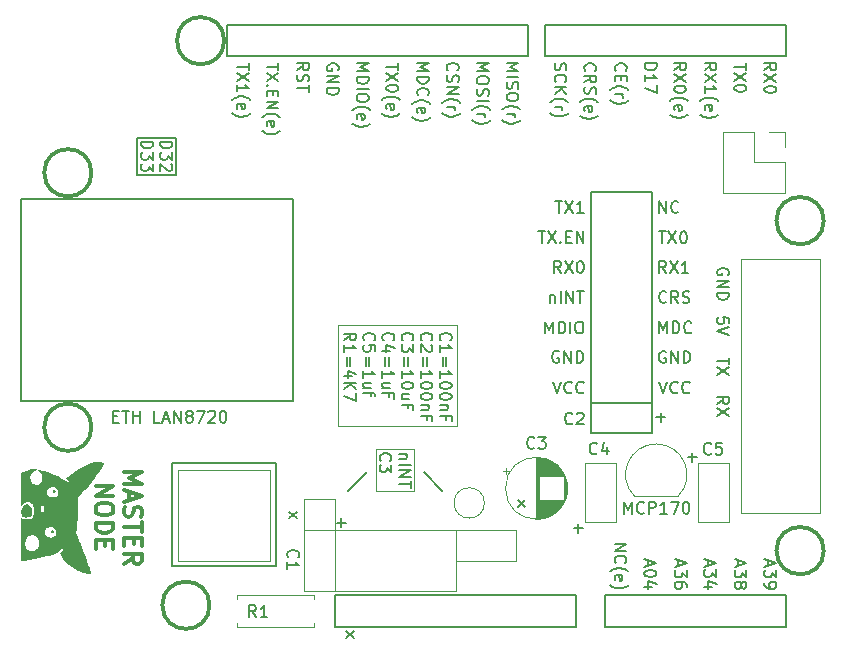
<source format=gto>
%TF.GenerationSoftware,KiCad,Pcbnew,7.0.1*%
%TF.CreationDate,2023-06-16T17:14:34+02:00*%
%TF.ProjectId,Uno_shiefefefe - Copy,556e6f5f-7368-4696-9566-656665666520,rev?*%
%TF.SameCoordinates,Original*%
%TF.FileFunction,Legend,Top*%
%TF.FilePolarity,Positive*%
%FSLAX46Y46*%
G04 Gerber Fmt 4.6, Leading zero omitted, Abs format (unit mm)*
G04 Created by KiCad (PCBNEW 7.0.1) date 2023-06-16 17:14:34*
%MOMM*%
%LPD*%
G01*
G04 APERTURE LIST*
%ADD10C,0.120000*%
%ADD11C,0.150000*%
%ADD12C,0.300000*%
%ADD13R,1.700000X1.700000*%
%ADD14O,1.700000X1.700000*%
%ADD15C,3.200000*%
%ADD16R,1.050000X1.500000*%
%ADD17O,1.050000X1.500000*%
%ADD18R,1.600000X1.600000*%
%ADD19C,1.600000*%
%ADD20O,1.600000X1.600000*%
G04 APERTURE END LIST*
D10*
X135050000Y-122160000D02*
X137600000Y-122160000D01*
D11*
X138750000Y-113660000D02*
X140330000Y-112080000D01*
X146710000Y-113680000D02*
X145130000Y-112100000D01*
X115018001Y-108290000D02*
G75*
G03*
X115018001Y-108290000I-1J0D01*
G01*
X128468000Y-74245000D02*
X153988000Y-74245000D01*
X153988000Y-76905000D01*
X128468000Y-76905000D01*
X128468000Y-74245000D01*
D10*
X147880000Y-116960000D02*
X152960000Y-116960000D01*
X152960000Y-119660000D01*
X147880000Y-119660000D01*
X147880000Y-116960000D01*
X135050000Y-116960000D02*
X137600000Y-116960000D01*
X137600000Y-116960000D02*
X147880000Y-116960000D01*
X147880000Y-122160000D01*
X137600000Y-122160000D01*
X137600000Y-116960000D01*
X168330000Y-111312500D02*
X170960000Y-111312500D01*
X170960000Y-116332500D01*
X168330000Y-116332500D01*
X168330000Y-111312500D01*
X158745000Y-111312500D02*
X161375000Y-111312500D01*
X161375000Y-116332500D01*
X158745000Y-116332500D01*
X158745000Y-111312500D01*
D11*
X164439000Y-106230000D02*
X159277000Y-106230000D01*
D10*
X137890000Y-99635000D02*
X147910000Y-99635000D01*
X147910000Y-108225000D01*
X137890000Y-108225000D01*
X137890000Y-99635000D01*
X135024600Y-114410000D02*
X137600000Y-114410000D01*
X137600000Y-116960000D01*
X135024600Y-116960000D01*
X135024600Y-114410000D01*
D11*
X159279000Y-88360000D02*
X164441000Y-88360000D01*
X164441000Y-108820000D01*
X159279000Y-108820000D01*
X159279000Y-88360000D01*
X111040000Y-89000000D02*
X134080000Y-89000000D01*
X134080000Y-106050000D01*
X111040000Y-106050000D01*
X111040000Y-89000000D01*
D10*
X135024600Y-114410000D02*
X137600000Y-114410000D01*
X137600000Y-122155400D01*
X135024600Y-122155400D01*
X135024600Y-114410000D01*
X150264445Y-114705555D02*
G75*
G03*
X150264445Y-114705555I-1284445J0D01*
G01*
X172020000Y-94050000D02*
X178690000Y-94050000D01*
X178690000Y-115540000D01*
X172020000Y-115540000D01*
X172020000Y-94050000D01*
D11*
X115038001Y-86760000D02*
G75*
G03*
X115038001Y-86760000I-1J0D01*
G01*
X123860000Y-111330000D02*
X132600000Y-111330000D01*
X132600000Y-120070000D01*
X123860000Y-120070000D01*
X123860000Y-111330000D01*
D10*
X124350000Y-111900000D02*
X132090000Y-111900000D01*
X132090000Y-119640000D01*
X124350000Y-119640000D01*
X124350000Y-111900000D01*
X141090000Y-110180000D02*
X144310000Y-110180000D01*
X144310000Y-113670000D01*
X141090000Y-113670000D01*
X141090000Y-110180000D01*
D11*
X115038001Y-86760000D02*
G75*
G03*
X115038001Y-86760000I-1J0D01*
G01*
X160468000Y-122535000D02*
X175828000Y-122535000D01*
X175828000Y-125195000D01*
X160468000Y-125195000D01*
X160468000Y-122535000D01*
X155388000Y-74245000D02*
X175828000Y-74245000D01*
X175828000Y-76905000D01*
X155388000Y-76905000D01*
X155388000Y-74245000D01*
X137603000Y-122535000D02*
X158038000Y-122535000D01*
X158038000Y-125195000D01*
X137603000Y-125195000D01*
X137603000Y-122535000D01*
X120870000Y-83785000D02*
X124170000Y-83785000D01*
X124170000Y-86960000D01*
X120870000Y-86960000D01*
X120870000Y-83785000D01*
X161407619Y-78109523D02*
X161360000Y-78061904D01*
X161360000Y-78061904D02*
X161312380Y-77919047D01*
X161312380Y-77919047D02*
X161312380Y-77823809D01*
X161312380Y-77823809D02*
X161360000Y-77680952D01*
X161360000Y-77680952D02*
X161455238Y-77585714D01*
X161455238Y-77585714D02*
X161550476Y-77538095D01*
X161550476Y-77538095D02*
X161740952Y-77490476D01*
X161740952Y-77490476D02*
X161883809Y-77490476D01*
X161883809Y-77490476D02*
X162074285Y-77538095D01*
X162074285Y-77538095D02*
X162169523Y-77585714D01*
X162169523Y-77585714D02*
X162264761Y-77680952D01*
X162264761Y-77680952D02*
X162312380Y-77823809D01*
X162312380Y-77823809D02*
X162312380Y-77919047D01*
X162312380Y-77919047D02*
X162264761Y-78061904D01*
X162264761Y-78061904D02*
X162217142Y-78109523D01*
X161836190Y-78538095D02*
X161836190Y-78871428D01*
X161312380Y-79014285D02*
X161312380Y-78538095D01*
X161312380Y-78538095D02*
X162312380Y-78538095D01*
X162312380Y-78538095D02*
X162312380Y-79014285D01*
X160931428Y-79728571D02*
X160979047Y-79680952D01*
X160979047Y-79680952D02*
X161121904Y-79585714D01*
X161121904Y-79585714D02*
X161217142Y-79538095D01*
X161217142Y-79538095D02*
X161360000Y-79490476D01*
X161360000Y-79490476D02*
X161598095Y-79442857D01*
X161598095Y-79442857D02*
X161788571Y-79442857D01*
X161788571Y-79442857D02*
X162026666Y-79490476D01*
X162026666Y-79490476D02*
X162169523Y-79538095D01*
X162169523Y-79538095D02*
X162264761Y-79585714D01*
X162264761Y-79585714D02*
X162407619Y-79680952D01*
X162407619Y-79680952D02*
X162455238Y-79728571D01*
X161312380Y-80109524D02*
X161979047Y-80109524D01*
X161788571Y-80109524D02*
X161883809Y-80157143D01*
X161883809Y-80157143D02*
X161931428Y-80204762D01*
X161931428Y-80204762D02*
X161979047Y-80300000D01*
X161979047Y-80300000D02*
X161979047Y-80395238D01*
X160931428Y-80633334D02*
X160979047Y-80680953D01*
X160979047Y-80680953D02*
X161121904Y-80776191D01*
X161121904Y-80776191D02*
X161217142Y-80823810D01*
X161217142Y-80823810D02*
X161360000Y-80871429D01*
X161360000Y-80871429D02*
X161598095Y-80919048D01*
X161598095Y-80919048D02*
X161788571Y-80919048D01*
X161788571Y-80919048D02*
X162026666Y-80871429D01*
X162026666Y-80871429D02*
X162169523Y-80823810D01*
X162169523Y-80823810D02*
X162264761Y-80776191D01*
X162264761Y-80776191D02*
X162407619Y-80680953D01*
X162407619Y-80680953D02*
X162455238Y-80633334D01*
X165045238Y-91707619D02*
X165616666Y-91707619D01*
X165330952Y-92707619D02*
X165330952Y-91707619D01*
X165854762Y-91707619D02*
X166521428Y-92707619D01*
X166521428Y-91707619D02*
X165854762Y-92707619D01*
X167092857Y-91707619D02*
X167188095Y-91707619D01*
X167188095Y-91707619D02*
X167283333Y-91755238D01*
X167283333Y-91755238D02*
X167330952Y-91802857D01*
X167330952Y-91802857D02*
X167378571Y-91898095D01*
X167378571Y-91898095D02*
X167426190Y-92088571D01*
X167426190Y-92088571D02*
X167426190Y-92326666D01*
X167426190Y-92326666D02*
X167378571Y-92517142D01*
X167378571Y-92517142D02*
X167330952Y-92612380D01*
X167330952Y-92612380D02*
X167283333Y-92660000D01*
X167283333Y-92660000D02*
X167188095Y-92707619D01*
X167188095Y-92707619D02*
X167092857Y-92707619D01*
X167092857Y-92707619D02*
X166997619Y-92660000D01*
X166997619Y-92660000D02*
X166950000Y-92612380D01*
X166950000Y-92612380D02*
X166902381Y-92517142D01*
X166902381Y-92517142D02*
X166854762Y-92326666D01*
X166854762Y-92326666D02*
X166854762Y-92088571D01*
X166854762Y-92088571D02*
X166902381Y-91898095D01*
X166902381Y-91898095D02*
X166950000Y-91802857D01*
X166950000Y-91802857D02*
X166997619Y-91755238D01*
X166997619Y-91755238D02*
X167092857Y-91707619D01*
X164098095Y-119530476D02*
X164098095Y-120006666D01*
X163812380Y-119435238D02*
X164812380Y-119768571D01*
X164812380Y-119768571D02*
X163812380Y-120101904D01*
X164812380Y-120625714D02*
X164812380Y-120720952D01*
X164812380Y-120720952D02*
X164764761Y-120816190D01*
X164764761Y-120816190D02*
X164717142Y-120863809D01*
X164717142Y-120863809D02*
X164621904Y-120911428D01*
X164621904Y-120911428D02*
X164431428Y-120959047D01*
X164431428Y-120959047D02*
X164193333Y-120959047D01*
X164193333Y-120959047D02*
X164002857Y-120911428D01*
X164002857Y-120911428D02*
X163907619Y-120863809D01*
X163907619Y-120863809D02*
X163860000Y-120816190D01*
X163860000Y-120816190D02*
X163812380Y-120720952D01*
X163812380Y-120720952D02*
X163812380Y-120625714D01*
X163812380Y-120625714D02*
X163860000Y-120530476D01*
X163860000Y-120530476D02*
X163907619Y-120482857D01*
X163907619Y-120482857D02*
X164002857Y-120435238D01*
X164002857Y-120435238D02*
X164193333Y-120387619D01*
X164193333Y-120387619D02*
X164431428Y-120387619D01*
X164431428Y-120387619D02*
X164621904Y-120435238D01*
X164621904Y-120435238D02*
X164717142Y-120482857D01*
X164717142Y-120482857D02*
X164764761Y-120530476D01*
X164764761Y-120530476D02*
X164812380Y-120625714D01*
X164479047Y-121816190D02*
X163812380Y-121816190D01*
X164860000Y-121578095D02*
X164145714Y-121340000D01*
X164145714Y-121340000D02*
X164145714Y-121959047D01*
X138168333Y-116009048D02*
X138168333Y-116770953D01*
X137787380Y-116390000D02*
X138549285Y-116390000D01*
X172442380Y-77495238D02*
X172442380Y-78066666D01*
X171442380Y-77780952D02*
X172442380Y-77780952D01*
X172442380Y-78304762D02*
X171442380Y-78971428D01*
X172442380Y-78971428D02*
X171442380Y-78304762D01*
X172442380Y-79542857D02*
X172442380Y-79638095D01*
X172442380Y-79638095D02*
X172394761Y-79733333D01*
X172394761Y-79733333D02*
X172347142Y-79780952D01*
X172347142Y-79780952D02*
X172251904Y-79828571D01*
X172251904Y-79828571D02*
X172061428Y-79876190D01*
X172061428Y-79876190D02*
X171823333Y-79876190D01*
X171823333Y-79876190D02*
X171632857Y-79828571D01*
X171632857Y-79828571D02*
X171537619Y-79780952D01*
X171537619Y-79780952D02*
X171490000Y-79733333D01*
X171490000Y-79733333D02*
X171442380Y-79638095D01*
X171442380Y-79638095D02*
X171442380Y-79542857D01*
X171442380Y-79542857D02*
X171490000Y-79447619D01*
X171490000Y-79447619D02*
X171537619Y-79400000D01*
X171537619Y-79400000D02*
X171632857Y-79352381D01*
X171632857Y-79352381D02*
X171823333Y-79304762D01*
X171823333Y-79304762D02*
X172061428Y-79304762D01*
X172061428Y-79304762D02*
X172251904Y-79352381D01*
X172251904Y-79352381D02*
X172347142Y-79400000D01*
X172347142Y-79400000D02*
X172394761Y-79447619D01*
X172394761Y-79447619D02*
X172442380Y-79542857D01*
X139462380Y-77498095D02*
X140462380Y-77498095D01*
X140462380Y-77498095D02*
X139748095Y-77831428D01*
X139748095Y-77831428D02*
X140462380Y-78164761D01*
X140462380Y-78164761D02*
X139462380Y-78164761D01*
X139462380Y-78640952D02*
X140462380Y-78640952D01*
X140462380Y-78640952D02*
X140462380Y-78879047D01*
X140462380Y-78879047D02*
X140414761Y-79021904D01*
X140414761Y-79021904D02*
X140319523Y-79117142D01*
X140319523Y-79117142D02*
X140224285Y-79164761D01*
X140224285Y-79164761D02*
X140033809Y-79212380D01*
X140033809Y-79212380D02*
X139890952Y-79212380D01*
X139890952Y-79212380D02*
X139700476Y-79164761D01*
X139700476Y-79164761D02*
X139605238Y-79117142D01*
X139605238Y-79117142D02*
X139510000Y-79021904D01*
X139510000Y-79021904D02*
X139462380Y-78879047D01*
X139462380Y-78879047D02*
X139462380Y-78640952D01*
X139462380Y-79640952D02*
X140462380Y-79640952D01*
X140462380Y-80307618D02*
X140462380Y-80498094D01*
X140462380Y-80498094D02*
X140414761Y-80593332D01*
X140414761Y-80593332D02*
X140319523Y-80688570D01*
X140319523Y-80688570D02*
X140129047Y-80736189D01*
X140129047Y-80736189D02*
X139795714Y-80736189D01*
X139795714Y-80736189D02*
X139605238Y-80688570D01*
X139605238Y-80688570D02*
X139510000Y-80593332D01*
X139510000Y-80593332D02*
X139462380Y-80498094D01*
X139462380Y-80498094D02*
X139462380Y-80307618D01*
X139462380Y-80307618D02*
X139510000Y-80212380D01*
X139510000Y-80212380D02*
X139605238Y-80117142D01*
X139605238Y-80117142D02*
X139795714Y-80069523D01*
X139795714Y-80069523D02*
X140129047Y-80069523D01*
X140129047Y-80069523D02*
X140319523Y-80117142D01*
X140319523Y-80117142D02*
X140414761Y-80212380D01*
X140414761Y-80212380D02*
X140462380Y-80307618D01*
X139081428Y-81450475D02*
X139129047Y-81402856D01*
X139129047Y-81402856D02*
X139271904Y-81307618D01*
X139271904Y-81307618D02*
X139367142Y-81259999D01*
X139367142Y-81259999D02*
X139510000Y-81212380D01*
X139510000Y-81212380D02*
X139748095Y-81164761D01*
X139748095Y-81164761D02*
X139938571Y-81164761D01*
X139938571Y-81164761D02*
X140176666Y-81212380D01*
X140176666Y-81212380D02*
X140319523Y-81259999D01*
X140319523Y-81259999D02*
X140414761Y-81307618D01*
X140414761Y-81307618D02*
X140557619Y-81402856D01*
X140557619Y-81402856D02*
X140605238Y-81450475D01*
X139510000Y-82212380D02*
X139462380Y-82117142D01*
X139462380Y-82117142D02*
X139462380Y-81926666D01*
X139462380Y-81926666D02*
X139510000Y-81831428D01*
X139510000Y-81831428D02*
X139605238Y-81783809D01*
X139605238Y-81783809D02*
X139986190Y-81783809D01*
X139986190Y-81783809D02*
X140081428Y-81831428D01*
X140081428Y-81831428D02*
X140129047Y-81926666D01*
X140129047Y-81926666D02*
X140129047Y-82117142D01*
X140129047Y-82117142D02*
X140081428Y-82212380D01*
X140081428Y-82212380D02*
X139986190Y-82259999D01*
X139986190Y-82259999D02*
X139890952Y-82259999D01*
X139890952Y-82259999D02*
X139795714Y-81783809D01*
X139081428Y-82593333D02*
X139129047Y-82640952D01*
X139129047Y-82640952D02*
X139271904Y-82736190D01*
X139271904Y-82736190D02*
X139367142Y-82783809D01*
X139367142Y-82783809D02*
X139510000Y-82831428D01*
X139510000Y-82831428D02*
X139748095Y-82879047D01*
X139748095Y-82879047D02*
X139938571Y-82879047D01*
X139938571Y-82879047D02*
X140176666Y-82831428D01*
X140176666Y-82831428D02*
X140319523Y-82783809D01*
X140319523Y-82783809D02*
X140414761Y-82736190D01*
X140414761Y-82736190D02*
X140557619Y-82640952D01*
X140557619Y-82640952D02*
X140605238Y-82593333D01*
X156759523Y-95237619D02*
X156426190Y-94761428D01*
X156188095Y-95237619D02*
X156188095Y-94237619D01*
X156188095Y-94237619D02*
X156569047Y-94237619D01*
X156569047Y-94237619D02*
X156664285Y-94285238D01*
X156664285Y-94285238D02*
X156711904Y-94332857D01*
X156711904Y-94332857D02*
X156759523Y-94428095D01*
X156759523Y-94428095D02*
X156759523Y-94570952D01*
X156759523Y-94570952D02*
X156711904Y-94666190D01*
X156711904Y-94666190D02*
X156664285Y-94713809D01*
X156664285Y-94713809D02*
X156569047Y-94761428D01*
X156569047Y-94761428D02*
X156188095Y-94761428D01*
X157092857Y-94237619D02*
X157759523Y-95237619D01*
X157759523Y-94237619D02*
X157092857Y-95237619D01*
X158330952Y-94237619D02*
X158426190Y-94237619D01*
X158426190Y-94237619D02*
X158521428Y-94285238D01*
X158521428Y-94285238D02*
X158569047Y-94332857D01*
X158569047Y-94332857D02*
X158616666Y-94428095D01*
X158616666Y-94428095D02*
X158664285Y-94618571D01*
X158664285Y-94618571D02*
X158664285Y-94856666D01*
X158664285Y-94856666D02*
X158616666Y-95047142D01*
X158616666Y-95047142D02*
X158569047Y-95142380D01*
X158569047Y-95142380D02*
X158521428Y-95190000D01*
X158521428Y-95190000D02*
X158426190Y-95237619D01*
X158426190Y-95237619D02*
X158330952Y-95237619D01*
X158330952Y-95237619D02*
X158235714Y-95190000D01*
X158235714Y-95190000D02*
X158188095Y-95142380D01*
X158188095Y-95142380D02*
X158140476Y-95047142D01*
X158140476Y-95047142D02*
X158092857Y-94856666D01*
X158092857Y-94856666D02*
X158092857Y-94618571D01*
X158092857Y-94618571D02*
X158140476Y-94428095D01*
X158140476Y-94428095D02*
X158188095Y-94332857D01*
X158188095Y-94332857D02*
X158235714Y-94285238D01*
X158235714Y-94285238D02*
X158330952Y-94237619D01*
X162058095Y-115612619D02*
X162058095Y-114612619D01*
X162058095Y-114612619D02*
X162391428Y-115326904D01*
X162391428Y-115326904D02*
X162724761Y-114612619D01*
X162724761Y-114612619D02*
X162724761Y-115612619D01*
X163772380Y-115517380D02*
X163724761Y-115565000D01*
X163724761Y-115565000D02*
X163581904Y-115612619D01*
X163581904Y-115612619D02*
X163486666Y-115612619D01*
X163486666Y-115612619D02*
X163343809Y-115565000D01*
X163343809Y-115565000D02*
X163248571Y-115469761D01*
X163248571Y-115469761D02*
X163200952Y-115374523D01*
X163200952Y-115374523D02*
X163153333Y-115184047D01*
X163153333Y-115184047D02*
X163153333Y-115041190D01*
X163153333Y-115041190D02*
X163200952Y-114850714D01*
X163200952Y-114850714D02*
X163248571Y-114755476D01*
X163248571Y-114755476D02*
X163343809Y-114660238D01*
X163343809Y-114660238D02*
X163486666Y-114612619D01*
X163486666Y-114612619D02*
X163581904Y-114612619D01*
X163581904Y-114612619D02*
X163724761Y-114660238D01*
X163724761Y-114660238D02*
X163772380Y-114707857D01*
X164200952Y-115612619D02*
X164200952Y-114612619D01*
X164200952Y-114612619D02*
X164581904Y-114612619D01*
X164581904Y-114612619D02*
X164677142Y-114660238D01*
X164677142Y-114660238D02*
X164724761Y-114707857D01*
X164724761Y-114707857D02*
X164772380Y-114803095D01*
X164772380Y-114803095D02*
X164772380Y-114945952D01*
X164772380Y-114945952D02*
X164724761Y-115041190D01*
X164724761Y-115041190D02*
X164677142Y-115088809D01*
X164677142Y-115088809D02*
X164581904Y-115136428D01*
X164581904Y-115136428D02*
X164200952Y-115136428D01*
X165724761Y-115612619D02*
X165153333Y-115612619D01*
X165439047Y-115612619D02*
X165439047Y-114612619D01*
X165439047Y-114612619D02*
X165343809Y-114755476D01*
X165343809Y-114755476D02*
X165248571Y-114850714D01*
X165248571Y-114850714D02*
X165153333Y-114898333D01*
X166058095Y-114612619D02*
X166724761Y-114612619D01*
X166724761Y-114612619D02*
X166296190Y-115612619D01*
X167296190Y-114612619D02*
X167391428Y-114612619D01*
X167391428Y-114612619D02*
X167486666Y-114660238D01*
X167486666Y-114660238D02*
X167534285Y-114707857D01*
X167534285Y-114707857D02*
X167581904Y-114803095D01*
X167581904Y-114803095D02*
X167629523Y-114993571D01*
X167629523Y-114993571D02*
X167629523Y-115231666D01*
X167629523Y-115231666D02*
X167581904Y-115422142D01*
X167581904Y-115422142D02*
X167534285Y-115517380D01*
X167534285Y-115517380D02*
X167486666Y-115565000D01*
X167486666Y-115565000D02*
X167391428Y-115612619D01*
X167391428Y-115612619D02*
X167296190Y-115612619D01*
X167296190Y-115612619D02*
X167200952Y-115565000D01*
X167200952Y-115565000D02*
X167153333Y-115517380D01*
X167153333Y-115517380D02*
X167105714Y-115422142D01*
X167105714Y-115422142D02*
X167058095Y-115231666D01*
X167058095Y-115231666D02*
X167058095Y-114993571D01*
X167058095Y-114993571D02*
X167105714Y-114803095D01*
X167105714Y-114803095D02*
X167153333Y-114707857D01*
X167153333Y-114707857D02*
X167200952Y-114660238D01*
X167200952Y-114660238D02*
X167296190Y-114612619D01*
X130302380Y-77485238D02*
X130302380Y-78056666D01*
X129302380Y-77770952D02*
X130302380Y-77770952D01*
X130302380Y-78294762D02*
X129302380Y-78961428D01*
X130302380Y-78961428D02*
X129302380Y-78294762D01*
X129302380Y-79866190D02*
X129302380Y-79294762D01*
X129302380Y-79580476D02*
X130302380Y-79580476D01*
X130302380Y-79580476D02*
X130159523Y-79485238D01*
X130159523Y-79485238D02*
X130064285Y-79390000D01*
X130064285Y-79390000D02*
X130016666Y-79294762D01*
X128921428Y-80580476D02*
X128969047Y-80532857D01*
X128969047Y-80532857D02*
X129111904Y-80437619D01*
X129111904Y-80437619D02*
X129207142Y-80390000D01*
X129207142Y-80390000D02*
X129350000Y-80342381D01*
X129350000Y-80342381D02*
X129588095Y-80294762D01*
X129588095Y-80294762D02*
X129778571Y-80294762D01*
X129778571Y-80294762D02*
X130016666Y-80342381D01*
X130016666Y-80342381D02*
X130159523Y-80390000D01*
X130159523Y-80390000D02*
X130254761Y-80437619D01*
X130254761Y-80437619D02*
X130397619Y-80532857D01*
X130397619Y-80532857D02*
X130445238Y-80580476D01*
X129350000Y-81342381D02*
X129302380Y-81247143D01*
X129302380Y-81247143D02*
X129302380Y-81056667D01*
X129302380Y-81056667D02*
X129350000Y-80961429D01*
X129350000Y-80961429D02*
X129445238Y-80913810D01*
X129445238Y-80913810D02*
X129826190Y-80913810D01*
X129826190Y-80913810D02*
X129921428Y-80961429D01*
X129921428Y-80961429D02*
X129969047Y-81056667D01*
X129969047Y-81056667D02*
X129969047Y-81247143D01*
X129969047Y-81247143D02*
X129921428Y-81342381D01*
X129921428Y-81342381D02*
X129826190Y-81390000D01*
X129826190Y-81390000D02*
X129730952Y-81390000D01*
X129730952Y-81390000D02*
X129635714Y-80913810D01*
X128921428Y-81723334D02*
X128969047Y-81770953D01*
X128969047Y-81770953D02*
X129111904Y-81866191D01*
X129111904Y-81866191D02*
X129207142Y-81913810D01*
X129207142Y-81913810D02*
X129350000Y-81961429D01*
X129350000Y-81961429D02*
X129588095Y-82009048D01*
X129588095Y-82009048D02*
X129778571Y-82009048D01*
X129778571Y-82009048D02*
X130016666Y-81961429D01*
X130016666Y-81961429D02*
X130159523Y-81913810D01*
X130159523Y-81913810D02*
X130254761Y-81866191D01*
X130254761Y-81866191D02*
X130397619Y-81770953D01*
X130397619Y-81770953D02*
X130445238Y-81723334D01*
X169972380Y-106309523D02*
X170448571Y-105976190D01*
X169972380Y-105738095D02*
X170972380Y-105738095D01*
X170972380Y-105738095D02*
X170972380Y-106119047D01*
X170972380Y-106119047D02*
X170924761Y-106214285D01*
X170924761Y-106214285D02*
X170877142Y-106261904D01*
X170877142Y-106261904D02*
X170781904Y-106309523D01*
X170781904Y-106309523D02*
X170639047Y-106309523D01*
X170639047Y-106309523D02*
X170543809Y-106261904D01*
X170543809Y-106261904D02*
X170496190Y-106214285D01*
X170496190Y-106214285D02*
X170448571Y-106119047D01*
X170448571Y-106119047D02*
X170448571Y-105738095D01*
X170972380Y-106642857D02*
X169972380Y-107309523D01*
X170972380Y-107309523D02*
X169972380Y-106642857D01*
X133672619Y-119323333D02*
X133625000Y-119275714D01*
X133625000Y-119275714D02*
X133577380Y-119132857D01*
X133577380Y-119132857D02*
X133577380Y-119037619D01*
X133577380Y-119037619D02*
X133625000Y-118894762D01*
X133625000Y-118894762D02*
X133720238Y-118799524D01*
X133720238Y-118799524D02*
X133815476Y-118751905D01*
X133815476Y-118751905D02*
X134005952Y-118704286D01*
X134005952Y-118704286D02*
X134148809Y-118704286D01*
X134148809Y-118704286D02*
X134339285Y-118751905D01*
X134339285Y-118751905D02*
X134434523Y-118799524D01*
X134434523Y-118799524D02*
X134529761Y-118894762D01*
X134529761Y-118894762D02*
X134577380Y-119037619D01*
X134577380Y-119037619D02*
X134577380Y-119132857D01*
X134577380Y-119132857D02*
X134529761Y-119275714D01*
X134529761Y-119275714D02*
X134482142Y-119323333D01*
X133577380Y-120275714D02*
X133577380Y-119704286D01*
X133577380Y-119990000D02*
X134577380Y-119990000D01*
X134577380Y-119990000D02*
X134434523Y-119894762D01*
X134434523Y-119894762D02*
X134339285Y-119799524D01*
X134339285Y-119799524D02*
X134291666Y-119704286D01*
X170972380Y-102395238D02*
X170972380Y-102966666D01*
X169972380Y-102680952D02*
X170972380Y-102680952D01*
X170972380Y-103204762D02*
X169972380Y-103871428D01*
X170972380Y-103871428D02*
X169972380Y-103204762D01*
X157719523Y-107962380D02*
X157671904Y-108010000D01*
X157671904Y-108010000D02*
X157529047Y-108057619D01*
X157529047Y-108057619D02*
X157433809Y-108057619D01*
X157433809Y-108057619D02*
X157290952Y-108010000D01*
X157290952Y-108010000D02*
X157195714Y-107914761D01*
X157195714Y-107914761D02*
X157148095Y-107819523D01*
X157148095Y-107819523D02*
X157100476Y-107629047D01*
X157100476Y-107629047D02*
X157100476Y-107486190D01*
X157100476Y-107486190D02*
X157148095Y-107295714D01*
X157148095Y-107295714D02*
X157195714Y-107200476D01*
X157195714Y-107200476D02*
X157290952Y-107105238D01*
X157290952Y-107105238D02*
X157433809Y-107057619D01*
X157433809Y-107057619D02*
X157529047Y-107057619D01*
X157529047Y-107057619D02*
X157671904Y-107105238D01*
X157671904Y-107105238D02*
X157719523Y-107152857D01*
X158100476Y-107152857D02*
X158148095Y-107105238D01*
X158148095Y-107105238D02*
X158243333Y-107057619D01*
X158243333Y-107057619D02*
X158481428Y-107057619D01*
X158481428Y-107057619D02*
X158576666Y-107105238D01*
X158576666Y-107105238D02*
X158624285Y-107152857D01*
X158624285Y-107152857D02*
X158671904Y-107248095D01*
X158671904Y-107248095D02*
X158671904Y-107343333D01*
X158671904Y-107343333D02*
X158624285Y-107486190D01*
X158624285Y-107486190D02*
X158052857Y-108057619D01*
X158052857Y-108057619D02*
X158671904Y-108057619D01*
X138587380Y-125578095D02*
X139254047Y-126101904D01*
X139254047Y-125578095D02*
X138587380Y-126101904D01*
X161292380Y-118178095D02*
X162292380Y-118178095D01*
X162292380Y-118178095D02*
X161292380Y-118749523D01*
X161292380Y-118749523D02*
X162292380Y-118749523D01*
X161387619Y-119797142D02*
X161340000Y-119749523D01*
X161340000Y-119749523D02*
X161292380Y-119606666D01*
X161292380Y-119606666D02*
X161292380Y-119511428D01*
X161292380Y-119511428D02*
X161340000Y-119368571D01*
X161340000Y-119368571D02*
X161435238Y-119273333D01*
X161435238Y-119273333D02*
X161530476Y-119225714D01*
X161530476Y-119225714D02*
X161720952Y-119178095D01*
X161720952Y-119178095D02*
X161863809Y-119178095D01*
X161863809Y-119178095D02*
X162054285Y-119225714D01*
X162054285Y-119225714D02*
X162149523Y-119273333D01*
X162149523Y-119273333D02*
X162244761Y-119368571D01*
X162244761Y-119368571D02*
X162292380Y-119511428D01*
X162292380Y-119511428D02*
X162292380Y-119606666D01*
X162292380Y-119606666D02*
X162244761Y-119749523D01*
X162244761Y-119749523D02*
X162197142Y-119797142D01*
X160911428Y-120511428D02*
X160959047Y-120463809D01*
X160959047Y-120463809D02*
X161101904Y-120368571D01*
X161101904Y-120368571D02*
X161197142Y-120320952D01*
X161197142Y-120320952D02*
X161340000Y-120273333D01*
X161340000Y-120273333D02*
X161578095Y-120225714D01*
X161578095Y-120225714D02*
X161768571Y-120225714D01*
X161768571Y-120225714D02*
X162006666Y-120273333D01*
X162006666Y-120273333D02*
X162149523Y-120320952D01*
X162149523Y-120320952D02*
X162244761Y-120368571D01*
X162244761Y-120368571D02*
X162387619Y-120463809D01*
X162387619Y-120463809D02*
X162435238Y-120511428D01*
X161340000Y-121273333D02*
X161292380Y-121178095D01*
X161292380Y-121178095D02*
X161292380Y-120987619D01*
X161292380Y-120987619D02*
X161340000Y-120892381D01*
X161340000Y-120892381D02*
X161435238Y-120844762D01*
X161435238Y-120844762D02*
X161816190Y-120844762D01*
X161816190Y-120844762D02*
X161911428Y-120892381D01*
X161911428Y-120892381D02*
X161959047Y-120987619D01*
X161959047Y-120987619D02*
X161959047Y-121178095D01*
X161959047Y-121178095D02*
X161911428Y-121273333D01*
X161911428Y-121273333D02*
X161816190Y-121320952D01*
X161816190Y-121320952D02*
X161720952Y-121320952D01*
X161720952Y-121320952D02*
X161625714Y-120844762D01*
X160911428Y-121654286D02*
X160959047Y-121701905D01*
X160959047Y-121701905D02*
X161101904Y-121797143D01*
X161101904Y-121797143D02*
X161197142Y-121844762D01*
X161197142Y-121844762D02*
X161340000Y-121892381D01*
X161340000Y-121892381D02*
X161578095Y-121940000D01*
X161578095Y-121940000D02*
X161768571Y-121940000D01*
X161768571Y-121940000D02*
X162006666Y-121892381D01*
X162006666Y-121892381D02*
X162149523Y-121844762D01*
X162149523Y-121844762D02*
X162244761Y-121797143D01*
X162244761Y-121797143D02*
X162387619Y-121701905D01*
X162387619Y-121701905D02*
X162435238Y-121654286D01*
X165065238Y-104427619D02*
X165398571Y-105427619D01*
X165398571Y-105427619D02*
X165731904Y-104427619D01*
X166636666Y-105332380D02*
X166589047Y-105380000D01*
X166589047Y-105380000D02*
X166446190Y-105427619D01*
X166446190Y-105427619D02*
X166350952Y-105427619D01*
X166350952Y-105427619D02*
X166208095Y-105380000D01*
X166208095Y-105380000D02*
X166112857Y-105284761D01*
X166112857Y-105284761D02*
X166065238Y-105189523D01*
X166065238Y-105189523D02*
X166017619Y-104999047D01*
X166017619Y-104999047D02*
X166017619Y-104856190D01*
X166017619Y-104856190D02*
X166065238Y-104665714D01*
X166065238Y-104665714D02*
X166112857Y-104570476D01*
X166112857Y-104570476D02*
X166208095Y-104475238D01*
X166208095Y-104475238D02*
X166350952Y-104427619D01*
X166350952Y-104427619D02*
X166446190Y-104427619D01*
X166446190Y-104427619D02*
X166589047Y-104475238D01*
X166589047Y-104475238D02*
X166636666Y-104522857D01*
X167636666Y-105332380D02*
X167589047Y-105380000D01*
X167589047Y-105380000D02*
X167446190Y-105427619D01*
X167446190Y-105427619D02*
X167350952Y-105427619D01*
X167350952Y-105427619D02*
X167208095Y-105380000D01*
X167208095Y-105380000D02*
X167112857Y-105284761D01*
X167112857Y-105284761D02*
X167065238Y-105189523D01*
X167065238Y-105189523D02*
X167017619Y-104999047D01*
X167017619Y-104999047D02*
X167017619Y-104856190D01*
X167017619Y-104856190D02*
X167065238Y-104665714D01*
X167065238Y-104665714D02*
X167112857Y-104570476D01*
X167112857Y-104570476D02*
X167208095Y-104475238D01*
X167208095Y-104475238D02*
X167350952Y-104427619D01*
X167350952Y-104427619D02*
X167446190Y-104427619D01*
X167446190Y-104427619D02*
X167589047Y-104475238D01*
X167589047Y-104475238D02*
X167636666Y-104522857D01*
X165611904Y-101885238D02*
X165516666Y-101837619D01*
X165516666Y-101837619D02*
X165373809Y-101837619D01*
X165373809Y-101837619D02*
X165230952Y-101885238D01*
X165230952Y-101885238D02*
X165135714Y-101980476D01*
X165135714Y-101980476D02*
X165088095Y-102075714D01*
X165088095Y-102075714D02*
X165040476Y-102266190D01*
X165040476Y-102266190D02*
X165040476Y-102409047D01*
X165040476Y-102409047D02*
X165088095Y-102599523D01*
X165088095Y-102599523D02*
X165135714Y-102694761D01*
X165135714Y-102694761D02*
X165230952Y-102790000D01*
X165230952Y-102790000D02*
X165373809Y-102837619D01*
X165373809Y-102837619D02*
X165469047Y-102837619D01*
X165469047Y-102837619D02*
X165611904Y-102790000D01*
X165611904Y-102790000D02*
X165659523Y-102742380D01*
X165659523Y-102742380D02*
X165659523Y-102409047D01*
X165659523Y-102409047D02*
X165469047Y-102409047D01*
X166088095Y-102837619D02*
X166088095Y-101837619D01*
X166088095Y-101837619D02*
X166659523Y-102837619D01*
X166659523Y-102837619D02*
X166659523Y-101837619D01*
X167135714Y-102837619D02*
X167135714Y-101837619D01*
X167135714Y-101837619D02*
X167373809Y-101837619D01*
X167373809Y-101837619D02*
X167516666Y-101885238D01*
X167516666Y-101885238D02*
X167611904Y-101980476D01*
X167611904Y-101980476D02*
X167659523Y-102075714D01*
X167659523Y-102075714D02*
X167707142Y-102266190D01*
X167707142Y-102266190D02*
X167707142Y-102409047D01*
X167707142Y-102409047D02*
X167659523Y-102599523D01*
X167659523Y-102599523D02*
X167611904Y-102694761D01*
X167611904Y-102694761D02*
X167516666Y-102790000D01*
X167516666Y-102790000D02*
X167373809Y-102837619D01*
X167373809Y-102837619D02*
X167135714Y-102837619D01*
X174268095Y-119570476D02*
X174268095Y-120046666D01*
X173982380Y-119475238D02*
X174982380Y-119808571D01*
X174982380Y-119808571D02*
X173982380Y-120141904D01*
X174982380Y-120380000D02*
X174982380Y-120999047D01*
X174982380Y-120999047D02*
X174601428Y-120665714D01*
X174601428Y-120665714D02*
X174601428Y-120808571D01*
X174601428Y-120808571D02*
X174553809Y-120903809D01*
X174553809Y-120903809D02*
X174506190Y-120951428D01*
X174506190Y-120951428D02*
X174410952Y-120999047D01*
X174410952Y-120999047D02*
X174172857Y-120999047D01*
X174172857Y-120999047D02*
X174077619Y-120951428D01*
X174077619Y-120951428D02*
X174030000Y-120903809D01*
X174030000Y-120903809D02*
X173982380Y-120808571D01*
X173982380Y-120808571D02*
X173982380Y-120522857D01*
X173982380Y-120522857D02*
X174030000Y-120427619D01*
X174030000Y-120427619D02*
X174077619Y-120380000D01*
X173982380Y-121475238D02*
X173982380Y-121665714D01*
X173982380Y-121665714D02*
X174030000Y-121760952D01*
X174030000Y-121760952D02*
X174077619Y-121808571D01*
X174077619Y-121808571D02*
X174220476Y-121903809D01*
X174220476Y-121903809D02*
X174410952Y-121951428D01*
X174410952Y-121951428D02*
X174791904Y-121951428D01*
X174791904Y-121951428D02*
X174887142Y-121903809D01*
X174887142Y-121903809D02*
X174934761Y-121856190D01*
X174934761Y-121856190D02*
X174982380Y-121760952D01*
X174982380Y-121760952D02*
X174982380Y-121570476D01*
X174982380Y-121570476D02*
X174934761Y-121475238D01*
X174934761Y-121475238D02*
X174887142Y-121427619D01*
X174887142Y-121427619D02*
X174791904Y-121380000D01*
X174791904Y-121380000D02*
X174553809Y-121380000D01*
X174553809Y-121380000D02*
X174458571Y-121427619D01*
X174458571Y-121427619D02*
X174410952Y-121475238D01*
X174410952Y-121475238D02*
X174363333Y-121570476D01*
X174363333Y-121570476D02*
X174363333Y-121760952D01*
X174363333Y-121760952D02*
X174410952Y-121856190D01*
X174410952Y-121856190D02*
X174458571Y-121903809D01*
X174458571Y-121903809D02*
X174553809Y-121951428D01*
X166678095Y-119570476D02*
X166678095Y-120046666D01*
X166392380Y-119475238D02*
X167392380Y-119808571D01*
X167392380Y-119808571D02*
X166392380Y-120141904D01*
X167392380Y-120380000D02*
X167392380Y-120999047D01*
X167392380Y-120999047D02*
X167011428Y-120665714D01*
X167011428Y-120665714D02*
X167011428Y-120808571D01*
X167011428Y-120808571D02*
X166963809Y-120903809D01*
X166963809Y-120903809D02*
X166916190Y-120951428D01*
X166916190Y-120951428D02*
X166820952Y-120999047D01*
X166820952Y-120999047D02*
X166582857Y-120999047D01*
X166582857Y-120999047D02*
X166487619Y-120951428D01*
X166487619Y-120951428D02*
X166440000Y-120903809D01*
X166440000Y-120903809D02*
X166392380Y-120808571D01*
X166392380Y-120808571D02*
X166392380Y-120522857D01*
X166392380Y-120522857D02*
X166440000Y-120427619D01*
X166440000Y-120427619D02*
X166487619Y-120380000D01*
X167392380Y-121856190D02*
X167392380Y-121665714D01*
X167392380Y-121665714D02*
X167344761Y-121570476D01*
X167344761Y-121570476D02*
X167297142Y-121522857D01*
X167297142Y-121522857D02*
X167154285Y-121427619D01*
X167154285Y-121427619D02*
X166963809Y-121380000D01*
X166963809Y-121380000D02*
X166582857Y-121380000D01*
X166582857Y-121380000D02*
X166487619Y-121427619D01*
X166487619Y-121427619D02*
X166440000Y-121475238D01*
X166440000Y-121475238D02*
X166392380Y-121570476D01*
X166392380Y-121570476D02*
X166392380Y-121760952D01*
X166392380Y-121760952D02*
X166440000Y-121856190D01*
X166440000Y-121856190D02*
X166487619Y-121903809D01*
X166487619Y-121903809D02*
X166582857Y-121951428D01*
X166582857Y-121951428D02*
X166820952Y-121951428D01*
X166820952Y-121951428D02*
X166916190Y-121903809D01*
X166916190Y-121903809D02*
X166963809Y-121856190D01*
X166963809Y-121856190D02*
X167011428Y-121760952D01*
X167011428Y-121760952D02*
X167011428Y-121570476D01*
X167011428Y-121570476D02*
X166963809Y-121475238D01*
X166963809Y-121475238D02*
X166916190Y-121427619D01*
X166916190Y-121427619D02*
X166820952Y-121380000D01*
X158218333Y-116479048D02*
X158218333Y-117240953D01*
X157837380Y-116860000D02*
X158599285Y-116860000D01*
X133737380Y-115468095D02*
X134404047Y-115991904D01*
X134404047Y-115468095D02*
X133737380Y-115991904D01*
X170934761Y-95401904D02*
X170982380Y-95306666D01*
X170982380Y-95306666D02*
X170982380Y-95163809D01*
X170982380Y-95163809D02*
X170934761Y-95020952D01*
X170934761Y-95020952D02*
X170839523Y-94925714D01*
X170839523Y-94925714D02*
X170744285Y-94878095D01*
X170744285Y-94878095D02*
X170553809Y-94830476D01*
X170553809Y-94830476D02*
X170410952Y-94830476D01*
X170410952Y-94830476D02*
X170220476Y-94878095D01*
X170220476Y-94878095D02*
X170125238Y-94925714D01*
X170125238Y-94925714D02*
X170030000Y-95020952D01*
X170030000Y-95020952D02*
X169982380Y-95163809D01*
X169982380Y-95163809D02*
X169982380Y-95259047D01*
X169982380Y-95259047D02*
X170030000Y-95401904D01*
X170030000Y-95401904D02*
X170077619Y-95449523D01*
X170077619Y-95449523D02*
X170410952Y-95449523D01*
X170410952Y-95449523D02*
X170410952Y-95259047D01*
X169982380Y-95878095D02*
X170982380Y-95878095D01*
X170982380Y-95878095D02*
X169982380Y-96449523D01*
X169982380Y-96449523D02*
X170982380Y-96449523D01*
X169982380Y-96925714D02*
X170982380Y-96925714D01*
X170982380Y-96925714D02*
X170982380Y-97163809D01*
X170982380Y-97163809D02*
X170934761Y-97306666D01*
X170934761Y-97306666D02*
X170839523Y-97401904D01*
X170839523Y-97401904D02*
X170744285Y-97449523D01*
X170744285Y-97449523D02*
X170553809Y-97497142D01*
X170553809Y-97497142D02*
X170410952Y-97497142D01*
X170410952Y-97497142D02*
X170220476Y-97449523D01*
X170220476Y-97449523D02*
X170125238Y-97401904D01*
X170125238Y-97401904D02*
X170030000Y-97306666D01*
X170030000Y-97306666D02*
X169982380Y-97163809D01*
X169982380Y-97163809D02*
X169982380Y-96925714D01*
X156561904Y-101875238D02*
X156466666Y-101827619D01*
X156466666Y-101827619D02*
X156323809Y-101827619D01*
X156323809Y-101827619D02*
X156180952Y-101875238D01*
X156180952Y-101875238D02*
X156085714Y-101970476D01*
X156085714Y-101970476D02*
X156038095Y-102065714D01*
X156038095Y-102065714D02*
X155990476Y-102256190D01*
X155990476Y-102256190D02*
X155990476Y-102399047D01*
X155990476Y-102399047D02*
X156038095Y-102589523D01*
X156038095Y-102589523D02*
X156085714Y-102684761D01*
X156085714Y-102684761D02*
X156180952Y-102780000D01*
X156180952Y-102780000D02*
X156323809Y-102827619D01*
X156323809Y-102827619D02*
X156419047Y-102827619D01*
X156419047Y-102827619D02*
X156561904Y-102780000D01*
X156561904Y-102780000D02*
X156609523Y-102732380D01*
X156609523Y-102732380D02*
X156609523Y-102399047D01*
X156609523Y-102399047D02*
X156419047Y-102399047D01*
X157038095Y-102827619D02*
X157038095Y-101827619D01*
X157038095Y-101827619D02*
X157609523Y-102827619D01*
X157609523Y-102827619D02*
X157609523Y-101827619D01*
X158085714Y-102827619D02*
X158085714Y-101827619D01*
X158085714Y-101827619D02*
X158323809Y-101827619D01*
X158323809Y-101827619D02*
X158466666Y-101875238D01*
X158466666Y-101875238D02*
X158561904Y-101970476D01*
X158561904Y-101970476D02*
X158609523Y-102065714D01*
X158609523Y-102065714D02*
X158657142Y-102256190D01*
X158657142Y-102256190D02*
X158657142Y-102399047D01*
X158657142Y-102399047D02*
X158609523Y-102589523D01*
X158609523Y-102589523D02*
X158561904Y-102684761D01*
X158561904Y-102684761D02*
X158466666Y-102780000D01*
X158466666Y-102780000D02*
X158323809Y-102827619D01*
X158323809Y-102827619D02*
X158085714Y-102827619D01*
X165198333Y-107089048D02*
X165198333Y-107850953D01*
X164817380Y-107470000D02*
X165579285Y-107470000D01*
X142972380Y-77495238D02*
X142972380Y-78066666D01*
X141972380Y-77780952D02*
X142972380Y-77780952D01*
X142972380Y-78304762D02*
X141972380Y-78971428D01*
X142972380Y-78971428D02*
X141972380Y-78304762D01*
X142972380Y-79542857D02*
X142972380Y-79638095D01*
X142972380Y-79638095D02*
X142924761Y-79733333D01*
X142924761Y-79733333D02*
X142877142Y-79780952D01*
X142877142Y-79780952D02*
X142781904Y-79828571D01*
X142781904Y-79828571D02*
X142591428Y-79876190D01*
X142591428Y-79876190D02*
X142353333Y-79876190D01*
X142353333Y-79876190D02*
X142162857Y-79828571D01*
X142162857Y-79828571D02*
X142067619Y-79780952D01*
X142067619Y-79780952D02*
X142020000Y-79733333D01*
X142020000Y-79733333D02*
X141972380Y-79638095D01*
X141972380Y-79638095D02*
X141972380Y-79542857D01*
X141972380Y-79542857D02*
X142020000Y-79447619D01*
X142020000Y-79447619D02*
X142067619Y-79400000D01*
X142067619Y-79400000D02*
X142162857Y-79352381D01*
X142162857Y-79352381D02*
X142353333Y-79304762D01*
X142353333Y-79304762D02*
X142591428Y-79304762D01*
X142591428Y-79304762D02*
X142781904Y-79352381D01*
X142781904Y-79352381D02*
X142877142Y-79400000D01*
X142877142Y-79400000D02*
X142924761Y-79447619D01*
X142924761Y-79447619D02*
X142972380Y-79542857D01*
X141591428Y-80590476D02*
X141639047Y-80542857D01*
X141639047Y-80542857D02*
X141781904Y-80447619D01*
X141781904Y-80447619D02*
X141877142Y-80400000D01*
X141877142Y-80400000D02*
X142020000Y-80352381D01*
X142020000Y-80352381D02*
X142258095Y-80304762D01*
X142258095Y-80304762D02*
X142448571Y-80304762D01*
X142448571Y-80304762D02*
X142686666Y-80352381D01*
X142686666Y-80352381D02*
X142829523Y-80400000D01*
X142829523Y-80400000D02*
X142924761Y-80447619D01*
X142924761Y-80447619D02*
X143067619Y-80542857D01*
X143067619Y-80542857D02*
X143115238Y-80590476D01*
X142020000Y-81352381D02*
X141972380Y-81257143D01*
X141972380Y-81257143D02*
X141972380Y-81066667D01*
X141972380Y-81066667D02*
X142020000Y-80971429D01*
X142020000Y-80971429D02*
X142115238Y-80923810D01*
X142115238Y-80923810D02*
X142496190Y-80923810D01*
X142496190Y-80923810D02*
X142591428Y-80971429D01*
X142591428Y-80971429D02*
X142639047Y-81066667D01*
X142639047Y-81066667D02*
X142639047Y-81257143D01*
X142639047Y-81257143D02*
X142591428Y-81352381D01*
X142591428Y-81352381D02*
X142496190Y-81400000D01*
X142496190Y-81400000D02*
X142400952Y-81400000D01*
X142400952Y-81400000D02*
X142305714Y-80923810D01*
X141591428Y-81733334D02*
X141639047Y-81780953D01*
X141639047Y-81780953D02*
X141781904Y-81876191D01*
X141781904Y-81876191D02*
X141877142Y-81923810D01*
X141877142Y-81923810D02*
X142020000Y-81971429D01*
X142020000Y-81971429D02*
X142258095Y-82019048D01*
X142258095Y-82019048D02*
X142448571Y-82019048D01*
X142448571Y-82019048D02*
X142686666Y-81971429D01*
X142686666Y-81971429D02*
X142829523Y-81923810D01*
X142829523Y-81923810D02*
X142924761Y-81876191D01*
X142924761Y-81876191D02*
X143067619Y-81780953D01*
X143067619Y-81780953D02*
X143115238Y-81733334D01*
X171738095Y-119570476D02*
X171738095Y-120046666D01*
X171452380Y-119475238D02*
X172452380Y-119808571D01*
X172452380Y-119808571D02*
X171452380Y-120141904D01*
X172452380Y-120380000D02*
X172452380Y-120999047D01*
X172452380Y-120999047D02*
X172071428Y-120665714D01*
X172071428Y-120665714D02*
X172071428Y-120808571D01*
X172071428Y-120808571D02*
X172023809Y-120903809D01*
X172023809Y-120903809D02*
X171976190Y-120951428D01*
X171976190Y-120951428D02*
X171880952Y-120999047D01*
X171880952Y-120999047D02*
X171642857Y-120999047D01*
X171642857Y-120999047D02*
X171547619Y-120951428D01*
X171547619Y-120951428D02*
X171500000Y-120903809D01*
X171500000Y-120903809D02*
X171452380Y-120808571D01*
X171452380Y-120808571D02*
X171452380Y-120522857D01*
X171452380Y-120522857D02*
X171500000Y-120427619D01*
X171500000Y-120427619D02*
X171547619Y-120380000D01*
X172023809Y-121570476D02*
X172071428Y-121475238D01*
X172071428Y-121475238D02*
X172119047Y-121427619D01*
X172119047Y-121427619D02*
X172214285Y-121380000D01*
X172214285Y-121380000D02*
X172261904Y-121380000D01*
X172261904Y-121380000D02*
X172357142Y-121427619D01*
X172357142Y-121427619D02*
X172404761Y-121475238D01*
X172404761Y-121475238D02*
X172452380Y-121570476D01*
X172452380Y-121570476D02*
X172452380Y-121760952D01*
X172452380Y-121760952D02*
X172404761Y-121856190D01*
X172404761Y-121856190D02*
X172357142Y-121903809D01*
X172357142Y-121903809D02*
X172261904Y-121951428D01*
X172261904Y-121951428D02*
X172214285Y-121951428D01*
X172214285Y-121951428D02*
X172119047Y-121903809D01*
X172119047Y-121903809D02*
X172071428Y-121856190D01*
X172071428Y-121856190D02*
X172023809Y-121760952D01*
X172023809Y-121760952D02*
X172023809Y-121570476D01*
X172023809Y-121570476D02*
X171976190Y-121475238D01*
X171976190Y-121475238D02*
X171928571Y-121427619D01*
X171928571Y-121427619D02*
X171833333Y-121380000D01*
X171833333Y-121380000D02*
X171642857Y-121380000D01*
X171642857Y-121380000D02*
X171547619Y-121427619D01*
X171547619Y-121427619D02*
X171500000Y-121475238D01*
X171500000Y-121475238D02*
X171452380Y-121570476D01*
X171452380Y-121570476D02*
X171452380Y-121760952D01*
X171452380Y-121760952D02*
X171500000Y-121856190D01*
X171500000Y-121856190D02*
X171547619Y-121903809D01*
X171547619Y-121903809D02*
X171642857Y-121951428D01*
X171642857Y-121951428D02*
X171833333Y-121951428D01*
X171833333Y-121951428D02*
X171928571Y-121903809D01*
X171928571Y-121903809D02*
X171976190Y-121856190D01*
X171976190Y-121856190D02*
X172023809Y-121760952D01*
X149632380Y-77498095D02*
X150632380Y-77498095D01*
X150632380Y-77498095D02*
X149918095Y-77831428D01*
X149918095Y-77831428D02*
X150632380Y-78164761D01*
X150632380Y-78164761D02*
X149632380Y-78164761D01*
X150632380Y-78831428D02*
X150632380Y-79021904D01*
X150632380Y-79021904D02*
X150584761Y-79117142D01*
X150584761Y-79117142D02*
X150489523Y-79212380D01*
X150489523Y-79212380D02*
X150299047Y-79259999D01*
X150299047Y-79259999D02*
X149965714Y-79259999D01*
X149965714Y-79259999D02*
X149775238Y-79212380D01*
X149775238Y-79212380D02*
X149680000Y-79117142D01*
X149680000Y-79117142D02*
X149632380Y-79021904D01*
X149632380Y-79021904D02*
X149632380Y-78831428D01*
X149632380Y-78831428D02*
X149680000Y-78736190D01*
X149680000Y-78736190D02*
X149775238Y-78640952D01*
X149775238Y-78640952D02*
X149965714Y-78593333D01*
X149965714Y-78593333D02*
X150299047Y-78593333D01*
X150299047Y-78593333D02*
X150489523Y-78640952D01*
X150489523Y-78640952D02*
X150584761Y-78736190D01*
X150584761Y-78736190D02*
X150632380Y-78831428D01*
X149680000Y-79640952D02*
X149632380Y-79783809D01*
X149632380Y-79783809D02*
X149632380Y-80021904D01*
X149632380Y-80021904D02*
X149680000Y-80117142D01*
X149680000Y-80117142D02*
X149727619Y-80164761D01*
X149727619Y-80164761D02*
X149822857Y-80212380D01*
X149822857Y-80212380D02*
X149918095Y-80212380D01*
X149918095Y-80212380D02*
X150013333Y-80164761D01*
X150013333Y-80164761D02*
X150060952Y-80117142D01*
X150060952Y-80117142D02*
X150108571Y-80021904D01*
X150108571Y-80021904D02*
X150156190Y-79831428D01*
X150156190Y-79831428D02*
X150203809Y-79736190D01*
X150203809Y-79736190D02*
X150251428Y-79688571D01*
X150251428Y-79688571D02*
X150346666Y-79640952D01*
X150346666Y-79640952D02*
X150441904Y-79640952D01*
X150441904Y-79640952D02*
X150537142Y-79688571D01*
X150537142Y-79688571D02*
X150584761Y-79736190D01*
X150584761Y-79736190D02*
X150632380Y-79831428D01*
X150632380Y-79831428D02*
X150632380Y-80069523D01*
X150632380Y-80069523D02*
X150584761Y-80212380D01*
X149632380Y-80640952D02*
X150632380Y-80640952D01*
X149251428Y-81402856D02*
X149299047Y-81355237D01*
X149299047Y-81355237D02*
X149441904Y-81259999D01*
X149441904Y-81259999D02*
X149537142Y-81212380D01*
X149537142Y-81212380D02*
X149680000Y-81164761D01*
X149680000Y-81164761D02*
X149918095Y-81117142D01*
X149918095Y-81117142D02*
X150108571Y-81117142D01*
X150108571Y-81117142D02*
X150346666Y-81164761D01*
X150346666Y-81164761D02*
X150489523Y-81212380D01*
X150489523Y-81212380D02*
X150584761Y-81259999D01*
X150584761Y-81259999D02*
X150727619Y-81355237D01*
X150727619Y-81355237D02*
X150775238Y-81402856D01*
X149632380Y-81783809D02*
X150299047Y-81783809D01*
X150108571Y-81783809D02*
X150203809Y-81831428D01*
X150203809Y-81831428D02*
X150251428Y-81879047D01*
X150251428Y-81879047D02*
X150299047Y-81974285D01*
X150299047Y-81974285D02*
X150299047Y-82069523D01*
X149251428Y-82307619D02*
X149299047Y-82355238D01*
X149299047Y-82355238D02*
X149441904Y-82450476D01*
X149441904Y-82450476D02*
X149537142Y-82498095D01*
X149537142Y-82498095D02*
X149680000Y-82545714D01*
X149680000Y-82545714D02*
X149918095Y-82593333D01*
X149918095Y-82593333D02*
X150108571Y-82593333D01*
X150108571Y-82593333D02*
X150346666Y-82545714D01*
X150346666Y-82545714D02*
X150489523Y-82498095D01*
X150489523Y-82498095D02*
X150584761Y-82450476D01*
X150584761Y-82450476D02*
X150727619Y-82355238D01*
X150727619Y-82355238D02*
X150775238Y-82307619D01*
X156285238Y-89127619D02*
X156856666Y-89127619D01*
X156570952Y-90127619D02*
X156570952Y-89127619D01*
X157094762Y-89127619D02*
X157761428Y-90127619D01*
X157761428Y-89127619D02*
X157094762Y-90127619D01*
X158666190Y-90127619D02*
X158094762Y-90127619D01*
X158380476Y-90127619D02*
X158380476Y-89127619D01*
X158380476Y-89127619D02*
X158285238Y-89270476D01*
X158285238Y-89270476D02*
X158190000Y-89365714D01*
X158190000Y-89365714D02*
X158094762Y-89413333D01*
X158827619Y-78109523D02*
X158780000Y-78061904D01*
X158780000Y-78061904D02*
X158732380Y-77919047D01*
X158732380Y-77919047D02*
X158732380Y-77823809D01*
X158732380Y-77823809D02*
X158780000Y-77680952D01*
X158780000Y-77680952D02*
X158875238Y-77585714D01*
X158875238Y-77585714D02*
X158970476Y-77538095D01*
X158970476Y-77538095D02*
X159160952Y-77490476D01*
X159160952Y-77490476D02*
X159303809Y-77490476D01*
X159303809Y-77490476D02*
X159494285Y-77538095D01*
X159494285Y-77538095D02*
X159589523Y-77585714D01*
X159589523Y-77585714D02*
X159684761Y-77680952D01*
X159684761Y-77680952D02*
X159732380Y-77823809D01*
X159732380Y-77823809D02*
X159732380Y-77919047D01*
X159732380Y-77919047D02*
X159684761Y-78061904D01*
X159684761Y-78061904D02*
X159637142Y-78109523D01*
X158732380Y-79109523D02*
X159208571Y-78776190D01*
X158732380Y-78538095D02*
X159732380Y-78538095D01*
X159732380Y-78538095D02*
X159732380Y-78919047D01*
X159732380Y-78919047D02*
X159684761Y-79014285D01*
X159684761Y-79014285D02*
X159637142Y-79061904D01*
X159637142Y-79061904D02*
X159541904Y-79109523D01*
X159541904Y-79109523D02*
X159399047Y-79109523D01*
X159399047Y-79109523D02*
X159303809Y-79061904D01*
X159303809Y-79061904D02*
X159256190Y-79014285D01*
X159256190Y-79014285D02*
X159208571Y-78919047D01*
X159208571Y-78919047D02*
X159208571Y-78538095D01*
X158780000Y-79490476D02*
X158732380Y-79633333D01*
X158732380Y-79633333D02*
X158732380Y-79871428D01*
X158732380Y-79871428D02*
X158780000Y-79966666D01*
X158780000Y-79966666D02*
X158827619Y-80014285D01*
X158827619Y-80014285D02*
X158922857Y-80061904D01*
X158922857Y-80061904D02*
X159018095Y-80061904D01*
X159018095Y-80061904D02*
X159113333Y-80014285D01*
X159113333Y-80014285D02*
X159160952Y-79966666D01*
X159160952Y-79966666D02*
X159208571Y-79871428D01*
X159208571Y-79871428D02*
X159256190Y-79680952D01*
X159256190Y-79680952D02*
X159303809Y-79585714D01*
X159303809Y-79585714D02*
X159351428Y-79538095D01*
X159351428Y-79538095D02*
X159446666Y-79490476D01*
X159446666Y-79490476D02*
X159541904Y-79490476D01*
X159541904Y-79490476D02*
X159637142Y-79538095D01*
X159637142Y-79538095D02*
X159684761Y-79585714D01*
X159684761Y-79585714D02*
X159732380Y-79680952D01*
X159732380Y-79680952D02*
X159732380Y-79919047D01*
X159732380Y-79919047D02*
X159684761Y-80061904D01*
X158351428Y-80776190D02*
X158399047Y-80728571D01*
X158399047Y-80728571D02*
X158541904Y-80633333D01*
X158541904Y-80633333D02*
X158637142Y-80585714D01*
X158637142Y-80585714D02*
X158780000Y-80538095D01*
X158780000Y-80538095D02*
X159018095Y-80490476D01*
X159018095Y-80490476D02*
X159208571Y-80490476D01*
X159208571Y-80490476D02*
X159446666Y-80538095D01*
X159446666Y-80538095D02*
X159589523Y-80585714D01*
X159589523Y-80585714D02*
X159684761Y-80633333D01*
X159684761Y-80633333D02*
X159827619Y-80728571D01*
X159827619Y-80728571D02*
X159875238Y-80776190D01*
X158780000Y-81538095D02*
X158732380Y-81442857D01*
X158732380Y-81442857D02*
X158732380Y-81252381D01*
X158732380Y-81252381D02*
X158780000Y-81157143D01*
X158780000Y-81157143D02*
X158875238Y-81109524D01*
X158875238Y-81109524D02*
X159256190Y-81109524D01*
X159256190Y-81109524D02*
X159351428Y-81157143D01*
X159351428Y-81157143D02*
X159399047Y-81252381D01*
X159399047Y-81252381D02*
X159399047Y-81442857D01*
X159399047Y-81442857D02*
X159351428Y-81538095D01*
X159351428Y-81538095D02*
X159256190Y-81585714D01*
X159256190Y-81585714D02*
X159160952Y-81585714D01*
X159160952Y-81585714D02*
X159065714Y-81109524D01*
X158351428Y-81919048D02*
X158399047Y-81966667D01*
X158399047Y-81966667D02*
X158541904Y-82061905D01*
X158541904Y-82061905D02*
X158637142Y-82109524D01*
X158637142Y-82109524D02*
X158780000Y-82157143D01*
X158780000Y-82157143D02*
X159018095Y-82204762D01*
X159018095Y-82204762D02*
X159208571Y-82204762D01*
X159208571Y-82204762D02*
X159446666Y-82157143D01*
X159446666Y-82157143D02*
X159589523Y-82109524D01*
X159589523Y-82109524D02*
X159684761Y-82061905D01*
X159684761Y-82061905D02*
X159827619Y-81966667D01*
X159827619Y-81966667D02*
X159875238Y-81919048D01*
X143684047Y-110568095D02*
X143017380Y-110568095D01*
X143588809Y-110568095D02*
X143636428Y-110615714D01*
X143636428Y-110615714D02*
X143684047Y-110710952D01*
X143684047Y-110710952D02*
X143684047Y-110853809D01*
X143684047Y-110853809D02*
X143636428Y-110949047D01*
X143636428Y-110949047D02*
X143541190Y-110996666D01*
X143541190Y-110996666D02*
X143017380Y-110996666D01*
X143017380Y-111472857D02*
X144017380Y-111472857D01*
X143017380Y-111949047D02*
X144017380Y-111949047D01*
X144017380Y-111949047D02*
X143017380Y-112520475D01*
X143017380Y-112520475D02*
X144017380Y-112520475D01*
X144017380Y-112853809D02*
X144017380Y-113425237D01*
X143017380Y-113139523D02*
X144017380Y-113139523D01*
X141492619Y-111139523D02*
X141445000Y-111091904D01*
X141445000Y-111091904D02*
X141397380Y-110949047D01*
X141397380Y-110949047D02*
X141397380Y-110853809D01*
X141397380Y-110853809D02*
X141445000Y-110710952D01*
X141445000Y-110710952D02*
X141540238Y-110615714D01*
X141540238Y-110615714D02*
X141635476Y-110568095D01*
X141635476Y-110568095D02*
X141825952Y-110520476D01*
X141825952Y-110520476D02*
X141968809Y-110520476D01*
X141968809Y-110520476D02*
X142159285Y-110568095D01*
X142159285Y-110568095D02*
X142254523Y-110615714D01*
X142254523Y-110615714D02*
X142349761Y-110710952D01*
X142349761Y-110710952D02*
X142397380Y-110853809D01*
X142397380Y-110853809D02*
X142397380Y-110949047D01*
X142397380Y-110949047D02*
X142349761Y-111091904D01*
X142349761Y-111091904D02*
X142302142Y-111139523D01*
X142397380Y-111472857D02*
X142397380Y-112091904D01*
X142397380Y-112091904D02*
X142016428Y-111758571D01*
X142016428Y-111758571D02*
X142016428Y-111901428D01*
X142016428Y-111901428D02*
X141968809Y-111996666D01*
X141968809Y-111996666D02*
X141921190Y-112044285D01*
X141921190Y-112044285D02*
X141825952Y-112091904D01*
X141825952Y-112091904D02*
X141587857Y-112091904D01*
X141587857Y-112091904D02*
X141492619Y-112044285D01*
X141492619Y-112044285D02*
X141445000Y-111996666D01*
X141445000Y-111996666D02*
X141397380Y-111901428D01*
X141397380Y-111901428D02*
X141397380Y-111615714D01*
X141397380Y-111615714D02*
X141445000Y-111520476D01*
X141445000Y-111520476D02*
X141492619Y-111472857D01*
X122837380Y-84123095D02*
X123837380Y-84123095D01*
X123837380Y-84123095D02*
X123837380Y-84361190D01*
X123837380Y-84361190D02*
X123789761Y-84504047D01*
X123789761Y-84504047D02*
X123694523Y-84599285D01*
X123694523Y-84599285D02*
X123599285Y-84646904D01*
X123599285Y-84646904D02*
X123408809Y-84694523D01*
X123408809Y-84694523D02*
X123265952Y-84694523D01*
X123265952Y-84694523D02*
X123075476Y-84646904D01*
X123075476Y-84646904D02*
X122980238Y-84599285D01*
X122980238Y-84599285D02*
X122885000Y-84504047D01*
X122885000Y-84504047D02*
X122837380Y-84361190D01*
X122837380Y-84361190D02*
X122837380Y-84123095D01*
X123837380Y-85027857D02*
X123837380Y-85646904D01*
X123837380Y-85646904D02*
X123456428Y-85313571D01*
X123456428Y-85313571D02*
X123456428Y-85456428D01*
X123456428Y-85456428D02*
X123408809Y-85551666D01*
X123408809Y-85551666D02*
X123361190Y-85599285D01*
X123361190Y-85599285D02*
X123265952Y-85646904D01*
X123265952Y-85646904D02*
X123027857Y-85646904D01*
X123027857Y-85646904D02*
X122932619Y-85599285D01*
X122932619Y-85599285D02*
X122885000Y-85551666D01*
X122885000Y-85551666D02*
X122837380Y-85456428D01*
X122837380Y-85456428D02*
X122837380Y-85170714D01*
X122837380Y-85170714D02*
X122885000Y-85075476D01*
X122885000Y-85075476D02*
X122932619Y-85027857D01*
X123742142Y-86027857D02*
X123789761Y-86075476D01*
X123789761Y-86075476D02*
X123837380Y-86170714D01*
X123837380Y-86170714D02*
X123837380Y-86408809D01*
X123837380Y-86408809D02*
X123789761Y-86504047D01*
X123789761Y-86504047D02*
X123742142Y-86551666D01*
X123742142Y-86551666D02*
X123646904Y-86599285D01*
X123646904Y-86599285D02*
X123551666Y-86599285D01*
X123551666Y-86599285D02*
X123408809Y-86551666D01*
X123408809Y-86551666D02*
X122837380Y-85980238D01*
X122837380Y-85980238D02*
X122837380Y-86599285D01*
X121217380Y-84123095D02*
X122217380Y-84123095D01*
X122217380Y-84123095D02*
X122217380Y-84361190D01*
X122217380Y-84361190D02*
X122169761Y-84504047D01*
X122169761Y-84504047D02*
X122074523Y-84599285D01*
X122074523Y-84599285D02*
X121979285Y-84646904D01*
X121979285Y-84646904D02*
X121788809Y-84694523D01*
X121788809Y-84694523D02*
X121645952Y-84694523D01*
X121645952Y-84694523D02*
X121455476Y-84646904D01*
X121455476Y-84646904D02*
X121360238Y-84599285D01*
X121360238Y-84599285D02*
X121265000Y-84504047D01*
X121265000Y-84504047D02*
X121217380Y-84361190D01*
X121217380Y-84361190D02*
X121217380Y-84123095D01*
X122217380Y-85027857D02*
X122217380Y-85646904D01*
X122217380Y-85646904D02*
X121836428Y-85313571D01*
X121836428Y-85313571D02*
X121836428Y-85456428D01*
X121836428Y-85456428D02*
X121788809Y-85551666D01*
X121788809Y-85551666D02*
X121741190Y-85599285D01*
X121741190Y-85599285D02*
X121645952Y-85646904D01*
X121645952Y-85646904D02*
X121407857Y-85646904D01*
X121407857Y-85646904D02*
X121312619Y-85599285D01*
X121312619Y-85599285D02*
X121265000Y-85551666D01*
X121265000Y-85551666D02*
X121217380Y-85456428D01*
X121217380Y-85456428D02*
X121217380Y-85170714D01*
X121217380Y-85170714D02*
X121265000Y-85075476D01*
X121265000Y-85075476D02*
X121312619Y-85027857D01*
X122217380Y-85980238D02*
X122217380Y-86599285D01*
X122217380Y-86599285D02*
X121836428Y-86265952D01*
X121836428Y-86265952D02*
X121836428Y-86408809D01*
X121836428Y-86408809D02*
X121788809Y-86504047D01*
X121788809Y-86504047D02*
X121741190Y-86551666D01*
X121741190Y-86551666D02*
X121645952Y-86599285D01*
X121645952Y-86599285D02*
X121407857Y-86599285D01*
X121407857Y-86599285D02*
X121312619Y-86551666D01*
X121312619Y-86551666D02*
X121265000Y-86504047D01*
X121265000Y-86504047D02*
X121217380Y-86408809D01*
X121217380Y-86408809D02*
X121217380Y-86123095D01*
X121217380Y-86123095D02*
X121265000Y-86027857D01*
X121265000Y-86027857D02*
X121312619Y-85980238D01*
X156260000Y-77500476D02*
X156212380Y-77643333D01*
X156212380Y-77643333D02*
X156212380Y-77881428D01*
X156212380Y-77881428D02*
X156260000Y-77976666D01*
X156260000Y-77976666D02*
X156307619Y-78024285D01*
X156307619Y-78024285D02*
X156402857Y-78071904D01*
X156402857Y-78071904D02*
X156498095Y-78071904D01*
X156498095Y-78071904D02*
X156593333Y-78024285D01*
X156593333Y-78024285D02*
X156640952Y-77976666D01*
X156640952Y-77976666D02*
X156688571Y-77881428D01*
X156688571Y-77881428D02*
X156736190Y-77690952D01*
X156736190Y-77690952D02*
X156783809Y-77595714D01*
X156783809Y-77595714D02*
X156831428Y-77548095D01*
X156831428Y-77548095D02*
X156926666Y-77500476D01*
X156926666Y-77500476D02*
X157021904Y-77500476D01*
X157021904Y-77500476D02*
X157117142Y-77548095D01*
X157117142Y-77548095D02*
X157164761Y-77595714D01*
X157164761Y-77595714D02*
X157212380Y-77690952D01*
X157212380Y-77690952D02*
X157212380Y-77929047D01*
X157212380Y-77929047D02*
X157164761Y-78071904D01*
X156307619Y-79071904D02*
X156260000Y-79024285D01*
X156260000Y-79024285D02*
X156212380Y-78881428D01*
X156212380Y-78881428D02*
X156212380Y-78786190D01*
X156212380Y-78786190D02*
X156260000Y-78643333D01*
X156260000Y-78643333D02*
X156355238Y-78548095D01*
X156355238Y-78548095D02*
X156450476Y-78500476D01*
X156450476Y-78500476D02*
X156640952Y-78452857D01*
X156640952Y-78452857D02*
X156783809Y-78452857D01*
X156783809Y-78452857D02*
X156974285Y-78500476D01*
X156974285Y-78500476D02*
X157069523Y-78548095D01*
X157069523Y-78548095D02*
X157164761Y-78643333D01*
X157164761Y-78643333D02*
X157212380Y-78786190D01*
X157212380Y-78786190D02*
X157212380Y-78881428D01*
X157212380Y-78881428D02*
X157164761Y-79024285D01*
X157164761Y-79024285D02*
X157117142Y-79071904D01*
X156212380Y-79500476D02*
X157212380Y-79500476D01*
X156212380Y-80071904D02*
X156783809Y-79643333D01*
X157212380Y-80071904D02*
X156640952Y-79500476D01*
X155831428Y-80786190D02*
X155879047Y-80738571D01*
X155879047Y-80738571D02*
X156021904Y-80643333D01*
X156021904Y-80643333D02*
X156117142Y-80595714D01*
X156117142Y-80595714D02*
X156260000Y-80548095D01*
X156260000Y-80548095D02*
X156498095Y-80500476D01*
X156498095Y-80500476D02*
X156688571Y-80500476D01*
X156688571Y-80500476D02*
X156926666Y-80548095D01*
X156926666Y-80548095D02*
X157069523Y-80595714D01*
X157069523Y-80595714D02*
X157164761Y-80643333D01*
X157164761Y-80643333D02*
X157307619Y-80738571D01*
X157307619Y-80738571D02*
X157355238Y-80786190D01*
X156212380Y-81167143D02*
X156879047Y-81167143D01*
X156688571Y-81167143D02*
X156783809Y-81214762D01*
X156783809Y-81214762D02*
X156831428Y-81262381D01*
X156831428Y-81262381D02*
X156879047Y-81357619D01*
X156879047Y-81357619D02*
X156879047Y-81452857D01*
X155831428Y-81690953D02*
X155879047Y-81738572D01*
X155879047Y-81738572D02*
X156021904Y-81833810D01*
X156021904Y-81833810D02*
X156117142Y-81881429D01*
X156117142Y-81881429D02*
X156260000Y-81929048D01*
X156260000Y-81929048D02*
X156498095Y-81976667D01*
X156498095Y-81976667D02*
X156688571Y-81976667D01*
X156688571Y-81976667D02*
X156926666Y-81929048D01*
X156926666Y-81929048D02*
X157069523Y-81881429D01*
X157069523Y-81881429D02*
X157164761Y-81833810D01*
X157164761Y-81833810D02*
X157307619Y-81738572D01*
X157307619Y-81738572D02*
X157355238Y-81690953D01*
X165639523Y-95237619D02*
X165306190Y-94761428D01*
X165068095Y-95237619D02*
X165068095Y-94237619D01*
X165068095Y-94237619D02*
X165449047Y-94237619D01*
X165449047Y-94237619D02*
X165544285Y-94285238D01*
X165544285Y-94285238D02*
X165591904Y-94332857D01*
X165591904Y-94332857D02*
X165639523Y-94428095D01*
X165639523Y-94428095D02*
X165639523Y-94570952D01*
X165639523Y-94570952D02*
X165591904Y-94666190D01*
X165591904Y-94666190D02*
X165544285Y-94713809D01*
X165544285Y-94713809D02*
X165449047Y-94761428D01*
X165449047Y-94761428D02*
X165068095Y-94761428D01*
X165972857Y-94237619D02*
X166639523Y-95237619D01*
X166639523Y-94237619D02*
X165972857Y-95237619D01*
X167544285Y-95237619D02*
X166972857Y-95237619D01*
X167258571Y-95237619D02*
X167258571Y-94237619D01*
X167258571Y-94237619D02*
X167163333Y-94380476D01*
X167163333Y-94380476D02*
X167068095Y-94475714D01*
X167068095Y-94475714D02*
X166972857Y-94523333D01*
X134402380Y-78069523D02*
X134878571Y-77736190D01*
X134402380Y-77498095D02*
X135402380Y-77498095D01*
X135402380Y-77498095D02*
X135402380Y-77879047D01*
X135402380Y-77879047D02*
X135354761Y-77974285D01*
X135354761Y-77974285D02*
X135307142Y-78021904D01*
X135307142Y-78021904D02*
X135211904Y-78069523D01*
X135211904Y-78069523D02*
X135069047Y-78069523D01*
X135069047Y-78069523D02*
X134973809Y-78021904D01*
X134973809Y-78021904D02*
X134926190Y-77974285D01*
X134926190Y-77974285D02*
X134878571Y-77879047D01*
X134878571Y-77879047D02*
X134878571Y-77498095D01*
X134450000Y-78450476D02*
X134402380Y-78593333D01*
X134402380Y-78593333D02*
X134402380Y-78831428D01*
X134402380Y-78831428D02*
X134450000Y-78926666D01*
X134450000Y-78926666D02*
X134497619Y-78974285D01*
X134497619Y-78974285D02*
X134592857Y-79021904D01*
X134592857Y-79021904D02*
X134688095Y-79021904D01*
X134688095Y-79021904D02*
X134783333Y-78974285D01*
X134783333Y-78974285D02*
X134830952Y-78926666D01*
X134830952Y-78926666D02*
X134878571Y-78831428D01*
X134878571Y-78831428D02*
X134926190Y-78640952D01*
X134926190Y-78640952D02*
X134973809Y-78545714D01*
X134973809Y-78545714D02*
X135021428Y-78498095D01*
X135021428Y-78498095D02*
X135116666Y-78450476D01*
X135116666Y-78450476D02*
X135211904Y-78450476D01*
X135211904Y-78450476D02*
X135307142Y-78498095D01*
X135307142Y-78498095D02*
X135354761Y-78545714D01*
X135354761Y-78545714D02*
X135402380Y-78640952D01*
X135402380Y-78640952D02*
X135402380Y-78879047D01*
X135402380Y-78879047D02*
X135354761Y-79021904D01*
X135402380Y-79307619D02*
X135402380Y-79879047D01*
X134402380Y-79593333D02*
X135402380Y-79593333D01*
X132822380Y-77485238D02*
X132822380Y-78056666D01*
X131822380Y-77770952D02*
X132822380Y-77770952D01*
X132822380Y-78294762D02*
X131822380Y-78961428D01*
X132822380Y-78961428D02*
X131822380Y-78294762D01*
X131917619Y-79342381D02*
X131870000Y-79390000D01*
X131870000Y-79390000D02*
X131822380Y-79342381D01*
X131822380Y-79342381D02*
X131870000Y-79294762D01*
X131870000Y-79294762D02*
X131917619Y-79342381D01*
X131917619Y-79342381D02*
X131822380Y-79342381D01*
X132346190Y-79818571D02*
X132346190Y-80151904D01*
X131822380Y-80294761D02*
X131822380Y-79818571D01*
X131822380Y-79818571D02*
X132822380Y-79818571D01*
X132822380Y-79818571D02*
X132822380Y-80294761D01*
X131822380Y-80723333D02*
X132822380Y-80723333D01*
X132822380Y-80723333D02*
X131822380Y-81294761D01*
X131822380Y-81294761D02*
X132822380Y-81294761D01*
X131441428Y-82056666D02*
X131489047Y-82009047D01*
X131489047Y-82009047D02*
X131631904Y-81913809D01*
X131631904Y-81913809D02*
X131727142Y-81866190D01*
X131727142Y-81866190D02*
X131870000Y-81818571D01*
X131870000Y-81818571D02*
X132108095Y-81770952D01*
X132108095Y-81770952D02*
X132298571Y-81770952D01*
X132298571Y-81770952D02*
X132536666Y-81818571D01*
X132536666Y-81818571D02*
X132679523Y-81866190D01*
X132679523Y-81866190D02*
X132774761Y-81913809D01*
X132774761Y-81913809D02*
X132917619Y-82009047D01*
X132917619Y-82009047D02*
X132965238Y-82056666D01*
X131870000Y-82818571D02*
X131822380Y-82723333D01*
X131822380Y-82723333D02*
X131822380Y-82532857D01*
X131822380Y-82532857D02*
X131870000Y-82437619D01*
X131870000Y-82437619D02*
X131965238Y-82390000D01*
X131965238Y-82390000D02*
X132346190Y-82390000D01*
X132346190Y-82390000D02*
X132441428Y-82437619D01*
X132441428Y-82437619D02*
X132489047Y-82532857D01*
X132489047Y-82532857D02*
X132489047Y-82723333D01*
X132489047Y-82723333D02*
X132441428Y-82818571D01*
X132441428Y-82818571D02*
X132346190Y-82866190D01*
X132346190Y-82866190D02*
X132250952Y-82866190D01*
X132250952Y-82866190D02*
X132155714Y-82390000D01*
X131441428Y-83199524D02*
X131489047Y-83247143D01*
X131489047Y-83247143D02*
X131631904Y-83342381D01*
X131631904Y-83342381D02*
X131727142Y-83390000D01*
X131727142Y-83390000D02*
X131870000Y-83437619D01*
X131870000Y-83437619D02*
X132108095Y-83485238D01*
X132108095Y-83485238D02*
X132298571Y-83485238D01*
X132298571Y-83485238D02*
X132536666Y-83437619D01*
X132536666Y-83437619D02*
X132679523Y-83390000D01*
X132679523Y-83390000D02*
X132774761Y-83342381D01*
X132774761Y-83342381D02*
X132917619Y-83247143D01*
X132917619Y-83247143D02*
X132965238Y-83199524D01*
X118858095Y-107383809D02*
X119191428Y-107383809D01*
X119334285Y-107907619D02*
X118858095Y-107907619D01*
X118858095Y-107907619D02*
X118858095Y-106907619D01*
X118858095Y-106907619D02*
X119334285Y-106907619D01*
X119620000Y-106907619D02*
X120191428Y-106907619D01*
X119905714Y-107907619D02*
X119905714Y-106907619D01*
X120524762Y-107907619D02*
X120524762Y-106907619D01*
X120524762Y-107383809D02*
X121096190Y-107383809D01*
X121096190Y-107907619D02*
X121096190Y-106907619D01*
X122810476Y-107907619D02*
X122334286Y-107907619D01*
X122334286Y-107907619D02*
X122334286Y-106907619D01*
X123096191Y-107621904D02*
X123572381Y-107621904D01*
X123000953Y-107907619D02*
X123334286Y-106907619D01*
X123334286Y-106907619D02*
X123667619Y-107907619D01*
X124000953Y-107907619D02*
X124000953Y-106907619D01*
X124000953Y-106907619D02*
X124572381Y-107907619D01*
X124572381Y-107907619D02*
X124572381Y-106907619D01*
X125191429Y-107336190D02*
X125096191Y-107288571D01*
X125096191Y-107288571D02*
X125048572Y-107240952D01*
X125048572Y-107240952D02*
X125000953Y-107145714D01*
X125000953Y-107145714D02*
X125000953Y-107098095D01*
X125000953Y-107098095D02*
X125048572Y-107002857D01*
X125048572Y-107002857D02*
X125096191Y-106955238D01*
X125096191Y-106955238D02*
X125191429Y-106907619D01*
X125191429Y-106907619D02*
X125381905Y-106907619D01*
X125381905Y-106907619D02*
X125477143Y-106955238D01*
X125477143Y-106955238D02*
X125524762Y-107002857D01*
X125524762Y-107002857D02*
X125572381Y-107098095D01*
X125572381Y-107098095D02*
X125572381Y-107145714D01*
X125572381Y-107145714D02*
X125524762Y-107240952D01*
X125524762Y-107240952D02*
X125477143Y-107288571D01*
X125477143Y-107288571D02*
X125381905Y-107336190D01*
X125381905Y-107336190D02*
X125191429Y-107336190D01*
X125191429Y-107336190D02*
X125096191Y-107383809D01*
X125096191Y-107383809D02*
X125048572Y-107431428D01*
X125048572Y-107431428D02*
X125000953Y-107526666D01*
X125000953Y-107526666D02*
X125000953Y-107717142D01*
X125000953Y-107717142D02*
X125048572Y-107812380D01*
X125048572Y-107812380D02*
X125096191Y-107860000D01*
X125096191Y-107860000D02*
X125191429Y-107907619D01*
X125191429Y-107907619D02*
X125381905Y-107907619D01*
X125381905Y-107907619D02*
X125477143Y-107860000D01*
X125477143Y-107860000D02*
X125524762Y-107812380D01*
X125524762Y-107812380D02*
X125572381Y-107717142D01*
X125572381Y-107717142D02*
X125572381Y-107526666D01*
X125572381Y-107526666D02*
X125524762Y-107431428D01*
X125524762Y-107431428D02*
X125477143Y-107383809D01*
X125477143Y-107383809D02*
X125381905Y-107336190D01*
X125905715Y-106907619D02*
X126572381Y-106907619D01*
X126572381Y-106907619D02*
X126143810Y-107907619D01*
X126905715Y-107002857D02*
X126953334Y-106955238D01*
X126953334Y-106955238D02*
X127048572Y-106907619D01*
X127048572Y-106907619D02*
X127286667Y-106907619D01*
X127286667Y-106907619D02*
X127381905Y-106955238D01*
X127381905Y-106955238D02*
X127429524Y-107002857D01*
X127429524Y-107002857D02*
X127477143Y-107098095D01*
X127477143Y-107098095D02*
X127477143Y-107193333D01*
X127477143Y-107193333D02*
X127429524Y-107336190D01*
X127429524Y-107336190D02*
X126858096Y-107907619D01*
X126858096Y-107907619D02*
X127477143Y-107907619D01*
X128096191Y-106907619D02*
X128191429Y-106907619D01*
X128191429Y-106907619D02*
X128286667Y-106955238D01*
X128286667Y-106955238D02*
X128334286Y-107002857D01*
X128334286Y-107002857D02*
X128381905Y-107098095D01*
X128381905Y-107098095D02*
X128429524Y-107288571D01*
X128429524Y-107288571D02*
X128429524Y-107526666D01*
X128429524Y-107526666D02*
X128381905Y-107717142D01*
X128381905Y-107717142D02*
X128334286Y-107812380D01*
X128334286Y-107812380D02*
X128286667Y-107860000D01*
X128286667Y-107860000D02*
X128191429Y-107907619D01*
X128191429Y-107907619D02*
X128096191Y-107907619D01*
X128096191Y-107907619D02*
X128000953Y-107860000D01*
X128000953Y-107860000D02*
X127953334Y-107812380D01*
X127953334Y-107812380D02*
X127905715Y-107717142D01*
X127905715Y-107717142D02*
X127858096Y-107526666D01*
X127858096Y-107526666D02*
X127858096Y-107288571D01*
X127858096Y-107288571D02*
X127905715Y-107098095D01*
X127905715Y-107098095D02*
X127953334Y-107002857D01*
X127953334Y-107002857D02*
X128000953Y-106955238D01*
X128000953Y-106955238D02*
X128096191Y-106907619D01*
X144562380Y-77488095D02*
X145562380Y-77488095D01*
X145562380Y-77488095D02*
X144848095Y-77821428D01*
X144848095Y-77821428D02*
X145562380Y-78154761D01*
X145562380Y-78154761D02*
X144562380Y-78154761D01*
X144562380Y-78630952D02*
X145562380Y-78630952D01*
X145562380Y-78630952D02*
X145562380Y-78869047D01*
X145562380Y-78869047D02*
X145514761Y-79011904D01*
X145514761Y-79011904D02*
X145419523Y-79107142D01*
X145419523Y-79107142D02*
X145324285Y-79154761D01*
X145324285Y-79154761D02*
X145133809Y-79202380D01*
X145133809Y-79202380D02*
X144990952Y-79202380D01*
X144990952Y-79202380D02*
X144800476Y-79154761D01*
X144800476Y-79154761D02*
X144705238Y-79107142D01*
X144705238Y-79107142D02*
X144610000Y-79011904D01*
X144610000Y-79011904D02*
X144562380Y-78869047D01*
X144562380Y-78869047D02*
X144562380Y-78630952D01*
X144657619Y-80202380D02*
X144610000Y-80154761D01*
X144610000Y-80154761D02*
X144562380Y-80011904D01*
X144562380Y-80011904D02*
X144562380Y-79916666D01*
X144562380Y-79916666D02*
X144610000Y-79773809D01*
X144610000Y-79773809D02*
X144705238Y-79678571D01*
X144705238Y-79678571D02*
X144800476Y-79630952D01*
X144800476Y-79630952D02*
X144990952Y-79583333D01*
X144990952Y-79583333D02*
X145133809Y-79583333D01*
X145133809Y-79583333D02*
X145324285Y-79630952D01*
X145324285Y-79630952D02*
X145419523Y-79678571D01*
X145419523Y-79678571D02*
X145514761Y-79773809D01*
X145514761Y-79773809D02*
X145562380Y-79916666D01*
X145562380Y-79916666D02*
X145562380Y-80011904D01*
X145562380Y-80011904D02*
X145514761Y-80154761D01*
X145514761Y-80154761D02*
X145467142Y-80202380D01*
X144181428Y-80916666D02*
X144229047Y-80869047D01*
X144229047Y-80869047D02*
X144371904Y-80773809D01*
X144371904Y-80773809D02*
X144467142Y-80726190D01*
X144467142Y-80726190D02*
X144610000Y-80678571D01*
X144610000Y-80678571D02*
X144848095Y-80630952D01*
X144848095Y-80630952D02*
X145038571Y-80630952D01*
X145038571Y-80630952D02*
X145276666Y-80678571D01*
X145276666Y-80678571D02*
X145419523Y-80726190D01*
X145419523Y-80726190D02*
X145514761Y-80773809D01*
X145514761Y-80773809D02*
X145657619Y-80869047D01*
X145657619Y-80869047D02*
X145705238Y-80916666D01*
X144610000Y-81678571D02*
X144562380Y-81583333D01*
X144562380Y-81583333D02*
X144562380Y-81392857D01*
X144562380Y-81392857D02*
X144610000Y-81297619D01*
X144610000Y-81297619D02*
X144705238Y-81250000D01*
X144705238Y-81250000D02*
X145086190Y-81250000D01*
X145086190Y-81250000D02*
X145181428Y-81297619D01*
X145181428Y-81297619D02*
X145229047Y-81392857D01*
X145229047Y-81392857D02*
X145229047Y-81583333D01*
X145229047Y-81583333D02*
X145181428Y-81678571D01*
X145181428Y-81678571D02*
X145086190Y-81726190D01*
X145086190Y-81726190D02*
X144990952Y-81726190D01*
X144990952Y-81726190D02*
X144895714Y-81250000D01*
X144181428Y-82059524D02*
X144229047Y-82107143D01*
X144229047Y-82107143D02*
X144371904Y-82202381D01*
X144371904Y-82202381D02*
X144467142Y-82250000D01*
X144467142Y-82250000D02*
X144610000Y-82297619D01*
X144610000Y-82297619D02*
X144848095Y-82345238D01*
X144848095Y-82345238D02*
X145038571Y-82345238D01*
X145038571Y-82345238D02*
X145276666Y-82297619D01*
X145276666Y-82297619D02*
X145419523Y-82250000D01*
X145419523Y-82250000D02*
X145514761Y-82202381D01*
X145514761Y-82202381D02*
X145657619Y-82107143D01*
X145657619Y-82107143D02*
X145705238Y-82059524D01*
X165068095Y-100337619D02*
X165068095Y-99337619D01*
X165068095Y-99337619D02*
X165401428Y-100051904D01*
X165401428Y-100051904D02*
X165734761Y-99337619D01*
X165734761Y-99337619D02*
X165734761Y-100337619D01*
X166210952Y-100337619D02*
X166210952Y-99337619D01*
X166210952Y-99337619D02*
X166449047Y-99337619D01*
X166449047Y-99337619D02*
X166591904Y-99385238D01*
X166591904Y-99385238D02*
X166687142Y-99480476D01*
X166687142Y-99480476D02*
X166734761Y-99575714D01*
X166734761Y-99575714D02*
X166782380Y-99766190D01*
X166782380Y-99766190D02*
X166782380Y-99909047D01*
X166782380Y-99909047D02*
X166734761Y-100099523D01*
X166734761Y-100099523D02*
X166687142Y-100194761D01*
X166687142Y-100194761D02*
X166591904Y-100290000D01*
X166591904Y-100290000D02*
X166449047Y-100337619D01*
X166449047Y-100337619D02*
X166210952Y-100337619D01*
X167782380Y-100242380D02*
X167734761Y-100290000D01*
X167734761Y-100290000D02*
X167591904Y-100337619D01*
X167591904Y-100337619D02*
X167496666Y-100337619D01*
X167496666Y-100337619D02*
X167353809Y-100290000D01*
X167353809Y-100290000D02*
X167258571Y-100194761D01*
X167258571Y-100194761D02*
X167210952Y-100099523D01*
X167210952Y-100099523D02*
X167163333Y-99909047D01*
X167163333Y-99909047D02*
X167163333Y-99766190D01*
X167163333Y-99766190D02*
X167210952Y-99575714D01*
X167210952Y-99575714D02*
X167258571Y-99480476D01*
X167258571Y-99480476D02*
X167353809Y-99385238D01*
X167353809Y-99385238D02*
X167496666Y-99337619D01*
X167496666Y-99337619D02*
X167591904Y-99337619D01*
X167591904Y-99337619D02*
X167734761Y-99385238D01*
X167734761Y-99385238D02*
X167782380Y-99432857D01*
X146587619Y-100944523D02*
X146540000Y-100896904D01*
X146540000Y-100896904D02*
X146492380Y-100754047D01*
X146492380Y-100754047D02*
X146492380Y-100658809D01*
X146492380Y-100658809D02*
X146540000Y-100515952D01*
X146540000Y-100515952D02*
X146635238Y-100420714D01*
X146635238Y-100420714D02*
X146730476Y-100373095D01*
X146730476Y-100373095D02*
X146920952Y-100325476D01*
X146920952Y-100325476D02*
X147063809Y-100325476D01*
X147063809Y-100325476D02*
X147254285Y-100373095D01*
X147254285Y-100373095D02*
X147349523Y-100420714D01*
X147349523Y-100420714D02*
X147444761Y-100515952D01*
X147444761Y-100515952D02*
X147492380Y-100658809D01*
X147492380Y-100658809D02*
X147492380Y-100754047D01*
X147492380Y-100754047D02*
X147444761Y-100896904D01*
X147444761Y-100896904D02*
X147397142Y-100944523D01*
X146492380Y-101896904D02*
X146492380Y-101325476D01*
X146492380Y-101611190D02*
X147492380Y-101611190D01*
X147492380Y-101611190D02*
X147349523Y-101515952D01*
X147349523Y-101515952D02*
X147254285Y-101420714D01*
X147254285Y-101420714D02*
X147206666Y-101325476D01*
X147016190Y-102325476D02*
X147016190Y-103087381D01*
X146730476Y-103087381D02*
X146730476Y-102325476D01*
X146492380Y-104087380D02*
X146492380Y-103515952D01*
X146492380Y-103801666D02*
X147492380Y-103801666D01*
X147492380Y-103801666D02*
X147349523Y-103706428D01*
X147349523Y-103706428D02*
X147254285Y-103611190D01*
X147254285Y-103611190D02*
X147206666Y-103515952D01*
X147492380Y-104706428D02*
X147492380Y-104801666D01*
X147492380Y-104801666D02*
X147444761Y-104896904D01*
X147444761Y-104896904D02*
X147397142Y-104944523D01*
X147397142Y-104944523D02*
X147301904Y-104992142D01*
X147301904Y-104992142D02*
X147111428Y-105039761D01*
X147111428Y-105039761D02*
X146873333Y-105039761D01*
X146873333Y-105039761D02*
X146682857Y-104992142D01*
X146682857Y-104992142D02*
X146587619Y-104944523D01*
X146587619Y-104944523D02*
X146540000Y-104896904D01*
X146540000Y-104896904D02*
X146492380Y-104801666D01*
X146492380Y-104801666D02*
X146492380Y-104706428D01*
X146492380Y-104706428D02*
X146540000Y-104611190D01*
X146540000Y-104611190D02*
X146587619Y-104563571D01*
X146587619Y-104563571D02*
X146682857Y-104515952D01*
X146682857Y-104515952D02*
X146873333Y-104468333D01*
X146873333Y-104468333D02*
X147111428Y-104468333D01*
X147111428Y-104468333D02*
X147301904Y-104515952D01*
X147301904Y-104515952D02*
X147397142Y-104563571D01*
X147397142Y-104563571D02*
X147444761Y-104611190D01*
X147444761Y-104611190D02*
X147492380Y-104706428D01*
X147492380Y-105658809D02*
X147492380Y-105754047D01*
X147492380Y-105754047D02*
X147444761Y-105849285D01*
X147444761Y-105849285D02*
X147397142Y-105896904D01*
X147397142Y-105896904D02*
X147301904Y-105944523D01*
X147301904Y-105944523D02*
X147111428Y-105992142D01*
X147111428Y-105992142D02*
X146873333Y-105992142D01*
X146873333Y-105992142D02*
X146682857Y-105944523D01*
X146682857Y-105944523D02*
X146587619Y-105896904D01*
X146587619Y-105896904D02*
X146540000Y-105849285D01*
X146540000Y-105849285D02*
X146492380Y-105754047D01*
X146492380Y-105754047D02*
X146492380Y-105658809D01*
X146492380Y-105658809D02*
X146540000Y-105563571D01*
X146540000Y-105563571D02*
X146587619Y-105515952D01*
X146587619Y-105515952D02*
X146682857Y-105468333D01*
X146682857Y-105468333D02*
X146873333Y-105420714D01*
X146873333Y-105420714D02*
X147111428Y-105420714D01*
X147111428Y-105420714D02*
X147301904Y-105468333D01*
X147301904Y-105468333D02*
X147397142Y-105515952D01*
X147397142Y-105515952D02*
X147444761Y-105563571D01*
X147444761Y-105563571D02*
X147492380Y-105658809D01*
X147159047Y-106420714D02*
X146492380Y-106420714D01*
X147063809Y-106420714D02*
X147111428Y-106468333D01*
X147111428Y-106468333D02*
X147159047Y-106563571D01*
X147159047Y-106563571D02*
X147159047Y-106706428D01*
X147159047Y-106706428D02*
X147111428Y-106801666D01*
X147111428Y-106801666D02*
X147016190Y-106849285D01*
X147016190Y-106849285D02*
X146492380Y-106849285D01*
X147016190Y-107658809D02*
X147016190Y-107325476D01*
X146492380Y-107325476D02*
X147492380Y-107325476D01*
X147492380Y-107325476D02*
X147492380Y-107801666D01*
X144967619Y-100944523D02*
X144920000Y-100896904D01*
X144920000Y-100896904D02*
X144872380Y-100754047D01*
X144872380Y-100754047D02*
X144872380Y-100658809D01*
X144872380Y-100658809D02*
X144920000Y-100515952D01*
X144920000Y-100515952D02*
X145015238Y-100420714D01*
X145015238Y-100420714D02*
X145110476Y-100373095D01*
X145110476Y-100373095D02*
X145300952Y-100325476D01*
X145300952Y-100325476D02*
X145443809Y-100325476D01*
X145443809Y-100325476D02*
X145634285Y-100373095D01*
X145634285Y-100373095D02*
X145729523Y-100420714D01*
X145729523Y-100420714D02*
X145824761Y-100515952D01*
X145824761Y-100515952D02*
X145872380Y-100658809D01*
X145872380Y-100658809D02*
X145872380Y-100754047D01*
X145872380Y-100754047D02*
X145824761Y-100896904D01*
X145824761Y-100896904D02*
X145777142Y-100944523D01*
X145777142Y-101325476D02*
X145824761Y-101373095D01*
X145824761Y-101373095D02*
X145872380Y-101468333D01*
X145872380Y-101468333D02*
X145872380Y-101706428D01*
X145872380Y-101706428D02*
X145824761Y-101801666D01*
X145824761Y-101801666D02*
X145777142Y-101849285D01*
X145777142Y-101849285D02*
X145681904Y-101896904D01*
X145681904Y-101896904D02*
X145586666Y-101896904D01*
X145586666Y-101896904D02*
X145443809Y-101849285D01*
X145443809Y-101849285D02*
X144872380Y-101277857D01*
X144872380Y-101277857D02*
X144872380Y-101896904D01*
X145396190Y-102325476D02*
X145396190Y-103087381D01*
X145110476Y-103087381D02*
X145110476Y-102325476D01*
X144872380Y-104087380D02*
X144872380Y-103515952D01*
X144872380Y-103801666D02*
X145872380Y-103801666D01*
X145872380Y-103801666D02*
X145729523Y-103706428D01*
X145729523Y-103706428D02*
X145634285Y-103611190D01*
X145634285Y-103611190D02*
X145586666Y-103515952D01*
X145872380Y-104706428D02*
X145872380Y-104801666D01*
X145872380Y-104801666D02*
X145824761Y-104896904D01*
X145824761Y-104896904D02*
X145777142Y-104944523D01*
X145777142Y-104944523D02*
X145681904Y-104992142D01*
X145681904Y-104992142D02*
X145491428Y-105039761D01*
X145491428Y-105039761D02*
X145253333Y-105039761D01*
X145253333Y-105039761D02*
X145062857Y-104992142D01*
X145062857Y-104992142D02*
X144967619Y-104944523D01*
X144967619Y-104944523D02*
X144920000Y-104896904D01*
X144920000Y-104896904D02*
X144872380Y-104801666D01*
X144872380Y-104801666D02*
X144872380Y-104706428D01*
X144872380Y-104706428D02*
X144920000Y-104611190D01*
X144920000Y-104611190D02*
X144967619Y-104563571D01*
X144967619Y-104563571D02*
X145062857Y-104515952D01*
X145062857Y-104515952D02*
X145253333Y-104468333D01*
X145253333Y-104468333D02*
X145491428Y-104468333D01*
X145491428Y-104468333D02*
X145681904Y-104515952D01*
X145681904Y-104515952D02*
X145777142Y-104563571D01*
X145777142Y-104563571D02*
X145824761Y-104611190D01*
X145824761Y-104611190D02*
X145872380Y-104706428D01*
X145872380Y-105658809D02*
X145872380Y-105754047D01*
X145872380Y-105754047D02*
X145824761Y-105849285D01*
X145824761Y-105849285D02*
X145777142Y-105896904D01*
X145777142Y-105896904D02*
X145681904Y-105944523D01*
X145681904Y-105944523D02*
X145491428Y-105992142D01*
X145491428Y-105992142D02*
X145253333Y-105992142D01*
X145253333Y-105992142D02*
X145062857Y-105944523D01*
X145062857Y-105944523D02*
X144967619Y-105896904D01*
X144967619Y-105896904D02*
X144920000Y-105849285D01*
X144920000Y-105849285D02*
X144872380Y-105754047D01*
X144872380Y-105754047D02*
X144872380Y-105658809D01*
X144872380Y-105658809D02*
X144920000Y-105563571D01*
X144920000Y-105563571D02*
X144967619Y-105515952D01*
X144967619Y-105515952D02*
X145062857Y-105468333D01*
X145062857Y-105468333D02*
X145253333Y-105420714D01*
X145253333Y-105420714D02*
X145491428Y-105420714D01*
X145491428Y-105420714D02*
X145681904Y-105468333D01*
X145681904Y-105468333D02*
X145777142Y-105515952D01*
X145777142Y-105515952D02*
X145824761Y-105563571D01*
X145824761Y-105563571D02*
X145872380Y-105658809D01*
X145539047Y-106420714D02*
X144872380Y-106420714D01*
X145443809Y-106420714D02*
X145491428Y-106468333D01*
X145491428Y-106468333D02*
X145539047Y-106563571D01*
X145539047Y-106563571D02*
X145539047Y-106706428D01*
X145539047Y-106706428D02*
X145491428Y-106801666D01*
X145491428Y-106801666D02*
X145396190Y-106849285D01*
X145396190Y-106849285D02*
X144872380Y-106849285D01*
X145396190Y-107658809D02*
X145396190Y-107325476D01*
X144872380Y-107325476D02*
X145872380Y-107325476D01*
X145872380Y-107325476D02*
X145872380Y-107801666D01*
X143347619Y-100944523D02*
X143300000Y-100896904D01*
X143300000Y-100896904D02*
X143252380Y-100754047D01*
X143252380Y-100754047D02*
X143252380Y-100658809D01*
X143252380Y-100658809D02*
X143300000Y-100515952D01*
X143300000Y-100515952D02*
X143395238Y-100420714D01*
X143395238Y-100420714D02*
X143490476Y-100373095D01*
X143490476Y-100373095D02*
X143680952Y-100325476D01*
X143680952Y-100325476D02*
X143823809Y-100325476D01*
X143823809Y-100325476D02*
X144014285Y-100373095D01*
X144014285Y-100373095D02*
X144109523Y-100420714D01*
X144109523Y-100420714D02*
X144204761Y-100515952D01*
X144204761Y-100515952D02*
X144252380Y-100658809D01*
X144252380Y-100658809D02*
X144252380Y-100754047D01*
X144252380Y-100754047D02*
X144204761Y-100896904D01*
X144204761Y-100896904D02*
X144157142Y-100944523D01*
X144252380Y-101277857D02*
X144252380Y-101896904D01*
X144252380Y-101896904D02*
X143871428Y-101563571D01*
X143871428Y-101563571D02*
X143871428Y-101706428D01*
X143871428Y-101706428D02*
X143823809Y-101801666D01*
X143823809Y-101801666D02*
X143776190Y-101849285D01*
X143776190Y-101849285D02*
X143680952Y-101896904D01*
X143680952Y-101896904D02*
X143442857Y-101896904D01*
X143442857Y-101896904D02*
X143347619Y-101849285D01*
X143347619Y-101849285D02*
X143300000Y-101801666D01*
X143300000Y-101801666D02*
X143252380Y-101706428D01*
X143252380Y-101706428D02*
X143252380Y-101420714D01*
X143252380Y-101420714D02*
X143300000Y-101325476D01*
X143300000Y-101325476D02*
X143347619Y-101277857D01*
X143776190Y-102325476D02*
X143776190Y-103087381D01*
X143490476Y-103087381D02*
X143490476Y-102325476D01*
X143252380Y-104087380D02*
X143252380Y-103515952D01*
X143252380Y-103801666D02*
X144252380Y-103801666D01*
X144252380Y-103801666D02*
X144109523Y-103706428D01*
X144109523Y-103706428D02*
X144014285Y-103611190D01*
X144014285Y-103611190D02*
X143966666Y-103515952D01*
X144252380Y-104706428D02*
X144252380Y-104801666D01*
X144252380Y-104801666D02*
X144204761Y-104896904D01*
X144204761Y-104896904D02*
X144157142Y-104944523D01*
X144157142Y-104944523D02*
X144061904Y-104992142D01*
X144061904Y-104992142D02*
X143871428Y-105039761D01*
X143871428Y-105039761D02*
X143633333Y-105039761D01*
X143633333Y-105039761D02*
X143442857Y-104992142D01*
X143442857Y-104992142D02*
X143347619Y-104944523D01*
X143347619Y-104944523D02*
X143300000Y-104896904D01*
X143300000Y-104896904D02*
X143252380Y-104801666D01*
X143252380Y-104801666D02*
X143252380Y-104706428D01*
X143252380Y-104706428D02*
X143300000Y-104611190D01*
X143300000Y-104611190D02*
X143347619Y-104563571D01*
X143347619Y-104563571D02*
X143442857Y-104515952D01*
X143442857Y-104515952D02*
X143633333Y-104468333D01*
X143633333Y-104468333D02*
X143871428Y-104468333D01*
X143871428Y-104468333D02*
X144061904Y-104515952D01*
X144061904Y-104515952D02*
X144157142Y-104563571D01*
X144157142Y-104563571D02*
X144204761Y-104611190D01*
X144204761Y-104611190D02*
X144252380Y-104706428D01*
X143919047Y-105896904D02*
X143252380Y-105896904D01*
X143919047Y-105468333D02*
X143395238Y-105468333D01*
X143395238Y-105468333D02*
X143300000Y-105515952D01*
X143300000Y-105515952D02*
X143252380Y-105611190D01*
X143252380Y-105611190D02*
X143252380Y-105754047D01*
X143252380Y-105754047D02*
X143300000Y-105849285D01*
X143300000Y-105849285D02*
X143347619Y-105896904D01*
X143776190Y-106706428D02*
X143776190Y-106373095D01*
X143252380Y-106373095D02*
X144252380Y-106373095D01*
X144252380Y-106373095D02*
X144252380Y-106849285D01*
X141727619Y-100944523D02*
X141680000Y-100896904D01*
X141680000Y-100896904D02*
X141632380Y-100754047D01*
X141632380Y-100754047D02*
X141632380Y-100658809D01*
X141632380Y-100658809D02*
X141680000Y-100515952D01*
X141680000Y-100515952D02*
X141775238Y-100420714D01*
X141775238Y-100420714D02*
X141870476Y-100373095D01*
X141870476Y-100373095D02*
X142060952Y-100325476D01*
X142060952Y-100325476D02*
X142203809Y-100325476D01*
X142203809Y-100325476D02*
X142394285Y-100373095D01*
X142394285Y-100373095D02*
X142489523Y-100420714D01*
X142489523Y-100420714D02*
X142584761Y-100515952D01*
X142584761Y-100515952D02*
X142632380Y-100658809D01*
X142632380Y-100658809D02*
X142632380Y-100754047D01*
X142632380Y-100754047D02*
X142584761Y-100896904D01*
X142584761Y-100896904D02*
X142537142Y-100944523D01*
X142299047Y-101801666D02*
X141632380Y-101801666D01*
X142680000Y-101563571D02*
X141965714Y-101325476D01*
X141965714Y-101325476D02*
X141965714Y-101944523D01*
X142156190Y-102325476D02*
X142156190Y-103087381D01*
X141870476Y-103087381D02*
X141870476Y-102325476D01*
X141632380Y-104087380D02*
X141632380Y-103515952D01*
X141632380Y-103801666D02*
X142632380Y-103801666D01*
X142632380Y-103801666D02*
X142489523Y-103706428D01*
X142489523Y-103706428D02*
X142394285Y-103611190D01*
X142394285Y-103611190D02*
X142346666Y-103515952D01*
X142299047Y-104944523D02*
X141632380Y-104944523D01*
X142299047Y-104515952D02*
X141775238Y-104515952D01*
X141775238Y-104515952D02*
X141680000Y-104563571D01*
X141680000Y-104563571D02*
X141632380Y-104658809D01*
X141632380Y-104658809D02*
X141632380Y-104801666D01*
X141632380Y-104801666D02*
X141680000Y-104896904D01*
X141680000Y-104896904D02*
X141727619Y-104944523D01*
X142156190Y-105754047D02*
X142156190Y-105420714D01*
X141632380Y-105420714D02*
X142632380Y-105420714D01*
X142632380Y-105420714D02*
X142632380Y-105896904D01*
X140107619Y-100944523D02*
X140060000Y-100896904D01*
X140060000Y-100896904D02*
X140012380Y-100754047D01*
X140012380Y-100754047D02*
X140012380Y-100658809D01*
X140012380Y-100658809D02*
X140060000Y-100515952D01*
X140060000Y-100515952D02*
X140155238Y-100420714D01*
X140155238Y-100420714D02*
X140250476Y-100373095D01*
X140250476Y-100373095D02*
X140440952Y-100325476D01*
X140440952Y-100325476D02*
X140583809Y-100325476D01*
X140583809Y-100325476D02*
X140774285Y-100373095D01*
X140774285Y-100373095D02*
X140869523Y-100420714D01*
X140869523Y-100420714D02*
X140964761Y-100515952D01*
X140964761Y-100515952D02*
X141012380Y-100658809D01*
X141012380Y-100658809D02*
X141012380Y-100754047D01*
X141012380Y-100754047D02*
X140964761Y-100896904D01*
X140964761Y-100896904D02*
X140917142Y-100944523D01*
X141012380Y-101849285D02*
X141012380Y-101373095D01*
X141012380Y-101373095D02*
X140536190Y-101325476D01*
X140536190Y-101325476D02*
X140583809Y-101373095D01*
X140583809Y-101373095D02*
X140631428Y-101468333D01*
X140631428Y-101468333D02*
X140631428Y-101706428D01*
X140631428Y-101706428D02*
X140583809Y-101801666D01*
X140583809Y-101801666D02*
X140536190Y-101849285D01*
X140536190Y-101849285D02*
X140440952Y-101896904D01*
X140440952Y-101896904D02*
X140202857Y-101896904D01*
X140202857Y-101896904D02*
X140107619Y-101849285D01*
X140107619Y-101849285D02*
X140060000Y-101801666D01*
X140060000Y-101801666D02*
X140012380Y-101706428D01*
X140012380Y-101706428D02*
X140012380Y-101468333D01*
X140012380Y-101468333D02*
X140060000Y-101373095D01*
X140060000Y-101373095D02*
X140107619Y-101325476D01*
X140536190Y-102325476D02*
X140536190Y-103087381D01*
X140250476Y-103087381D02*
X140250476Y-102325476D01*
X140012380Y-104087380D02*
X140012380Y-103515952D01*
X140012380Y-103801666D02*
X141012380Y-103801666D01*
X141012380Y-103801666D02*
X140869523Y-103706428D01*
X140869523Y-103706428D02*
X140774285Y-103611190D01*
X140774285Y-103611190D02*
X140726666Y-103515952D01*
X140679047Y-104944523D02*
X140012380Y-104944523D01*
X140679047Y-104515952D02*
X140155238Y-104515952D01*
X140155238Y-104515952D02*
X140060000Y-104563571D01*
X140060000Y-104563571D02*
X140012380Y-104658809D01*
X140012380Y-104658809D02*
X140012380Y-104801666D01*
X140012380Y-104801666D02*
X140060000Y-104896904D01*
X140060000Y-104896904D02*
X140107619Y-104944523D01*
X140679047Y-105277857D02*
X140679047Y-105658809D01*
X140012380Y-105420714D02*
X140869523Y-105420714D01*
X140869523Y-105420714D02*
X140964761Y-105468333D01*
X140964761Y-105468333D02*
X141012380Y-105563571D01*
X141012380Y-105563571D02*
X141012380Y-105658809D01*
X138392380Y-100944523D02*
X138868571Y-100611190D01*
X138392380Y-100373095D02*
X139392380Y-100373095D01*
X139392380Y-100373095D02*
X139392380Y-100754047D01*
X139392380Y-100754047D02*
X139344761Y-100849285D01*
X139344761Y-100849285D02*
X139297142Y-100896904D01*
X139297142Y-100896904D02*
X139201904Y-100944523D01*
X139201904Y-100944523D02*
X139059047Y-100944523D01*
X139059047Y-100944523D02*
X138963809Y-100896904D01*
X138963809Y-100896904D02*
X138916190Y-100849285D01*
X138916190Y-100849285D02*
X138868571Y-100754047D01*
X138868571Y-100754047D02*
X138868571Y-100373095D01*
X138392380Y-101896904D02*
X138392380Y-101325476D01*
X138392380Y-101611190D02*
X139392380Y-101611190D01*
X139392380Y-101611190D02*
X139249523Y-101515952D01*
X139249523Y-101515952D02*
X139154285Y-101420714D01*
X139154285Y-101420714D02*
X139106666Y-101325476D01*
X138916190Y-102325476D02*
X138916190Y-103087381D01*
X138630476Y-103087381D02*
X138630476Y-102325476D01*
X139059047Y-103992142D02*
X138392380Y-103992142D01*
X139440000Y-103754047D02*
X138725714Y-103515952D01*
X138725714Y-103515952D02*
X138725714Y-104134999D01*
X138392380Y-104515952D02*
X139392380Y-104515952D01*
X138392380Y-105087380D02*
X138963809Y-104658809D01*
X139392380Y-105087380D02*
X138820952Y-104515952D01*
X139392380Y-105420714D02*
X139392380Y-106087380D01*
X139392380Y-106087380D02*
X138392380Y-105658809D01*
X167878333Y-110449048D02*
X167878333Y-111210953D01*
X167497380Y-110830000D02*
X168259285Y-110830000D01*
X165679523Y-97672380D02*
X165631904Y-97720000D01*
X165631904Y-97720000D02*
X165489047Y-97767619D01*
X165489047Y-97767619D02*
X165393809Y-97767619D01*
X165393809Y-97767619D02*
X165250952Y-97720000D01*
X165250952Y-97720000D02*
X165155714Y-97624761D01*
X165155714Y-97624761D02*
X165108095Y-97529523D01*
X165108095Y-97529523D02*
X165060476Y-97339047D01*
X165060476Y-97339047D02*
X165060476Y-97196190D01*
X165060476Y-97196190D02*
X165108095Y-97005714D01*
X165108095Y-97005714D02*
X165155714Y-96910476D01*
X165155714Y-96910476D02*
X165250952Y-96815238D01*
X165250952Y-96815238D02*
X165393809Y-96767619D01*
X165393809Y-96767619D02*
X165489047Y-96767619D01*
X165489047Y-96767619D02*
X165631904Y-96815238D01*
X165631904Y-96815238D02*
X165679523Y-96862857D01*
X166679523Y-97767619D02*
X166346190Y-97291428D01*
X166108095Y-97767619D02*
X166108095Y-96767619D01*
X166108095Y-96767619D02*
X166489047Y-96767619D01*
X166489047Y-96767619D02*
X166584285Y-96815238D01*
X166584285Y-96815238D02*
X166631904Y-96862857D01*
X166631904Y-96862857D02*
X166679523Y-96958095D01*
X166679523Y-96958095D02*
X166679523Y-97100952D01*
X166679523Y-97100952D02*
X166631904Y-97196190D01*
X166631904Y-97196190D02*
X166584285Y-97243809D01*
X166584285Y-97243809D02*
X166489047Y-97291428D01*
X166489047Y-97291428D02*
X166108095Y-97291428D01*
X167060476Y-97720000D02*
X167203333Y-97767619D01*
X167203333Y-97767619D02*
X167441428Y-97767619D01*
X167441428Y-97767619D02*
X167536666Y-97720000D01*
X167536666Y-97720000D02*
X167584285Y-97672380D01*
X167584285Y-97672380D02*
X167631904Y-97577142D01*
X167631904Y-97577142D02*
X167631904Y-97481904D01*
X167631904Y-97481904D02*
X167584285Y-97386666D01*
X167584285Y-97386666D02*
X167536666Y-97339047D01*
X167536666Y-97339047D02*
X167441428Y-97291428D01*
X167441428Y-97291428D02*
X167250952Y-97243809D01*
X167250952Y-97243809D02*
X167155714Y-97196190D01*
X167155714Y-97196190D02*
X167108095Y-97148571D01*
X167108095Y-97148571D02*
X167060476Y-97053333D01*
X167060476Y-97053333D02*
X167060476Y-96958095D01*
X167060476Y-96958095D02*
X167108095Y-96862857D01*
X167108095Y-96862857D02*
X167155714Y-96815238D01*
X167155714Y-96815238D02*
X167250952Y-96767619D01*
X167250952Y-96767619D02*
X167489047Y-96767619D01*
X167489047Y-96767619D02*
X167631904Y-96815238D01*
X152152380Y-77488095D02*
X153152380Y-77488095D01*
X153152380Y-77488095D02*
X152438095Y-77821428D01*
X152438095Y-77821428D02*
X153152380Y-78154761D01*
X153152380Y-78154761D02*
X152152380Y-78154761D01*
X152152380Y-78630952D02*
X153152380Y-78630952D01*
X152200000Y-79059523D02*
X152152380Y-79202380D01*
X152152380Y-79202380D02*
X152152380Y-79440475D01*
X152152380Y-79440475D02*
X152200000Y-79535713D01*
X152200000Y-79535713D02*
X152247619Y-79583332D01*
X152247619Y-79583332D02*
X152342857Y-79630951D01*
X152342857Y-79630951D02*
X152438095Y-79630951D01*
X152438095Y-79630951D02*
X152533333Y-79583332D01*
X152533333Y-79583332D02*
X152580952Y-79535713D01*
X152580952Y-79535713D02*
X152628571Y-79440475D01*
X152628571Y-79440475D02*
X152676190Y-79249999D01*
X152676190Y-79249999D02*
X152723809Y-79154761D01*
X152723809Y-79154761D02*
X152771428Y-79107142D01*
X152771428Y-79107142D02*
X152866666Y-79059523D01*
X152866666Y-79059523D02*
X152961904Y-79059523D01*
X152961904Y-79059523D02*
X153057142Y-79107142D01*
X153057142Y-79107142D02*
X153104761Y-79154761D01*
X153104761Y-79154761D02*
X153152380Y-79249999D01*
X153152380Y-79249999D02*
X153152380Y-79488094D01*
X153152380Y-79488094D02*
X153104761Y-79630951D01*
X153152380Y-80249999D02*
X153152380Y-80440475D01*
X153152380Y-80440475D02*
X153104761Y-80535713D01*
X153104761Y-80535713D02*
X153009523Y-80630951D01*
X153009523Y-80630951D02*
X152819047Y-80678570D01*
X152819047Y-80678570D02*
X152485714Y-80678570D01*
X152485714Y-80678570D02*
X152295238Y-80630951D01*
X152295238Y-80630951D02*
X152200000Y-80535713D01*
X152200000Y-80535713D02*
X152152380Y-80440475D01*
X152152380Y-80440475D02*
X152152380Y-80249999D01*
X152152380Y-80249999D02*
X152200000Y-80154761D01*
X152200000Y-80154761D02*
X152295238Y-80059523D01*
X152295238Y-80059523D02*
X152485714Y-80011904D01*
X152485714Y-80011904D02*
X152819047Y-80011904D01*
X152819047Y-80011904D02*
X153009523Y-80059523D01*
X153009523Y-80059523D02*
X153104761Y-80154761D01*
X153104761Y-80154761D02*
X153152380Y-80249999D01*
X151771428Y-81392856D02*
X151819047Y-81345237D01*
X151819047Y-81345237D02*
X151961904Y-81249999D01*
X151961904Y-81249999D02*
X152057142Y-81202380D01*
X152057142Y-81202380D02*
X152200000Y-81154761D01*
X152200000Y-81154761D02*
X152438095Y-81107142D01*
X152438095Y-81107142D02*
X152628571Y-81107142D01*
X152628571Y-81107142D02*
X152866666Y-81154761D01*
X152866666Y-81154761D02*
X153009523Y-81202380D01*
X153009523Y-81202380D02*
X153104761Y-81249999D01*
X153104761Y-81249999D02*
X153247619Y-81345237D01*
X153247619Y-81345237D02*
X153295238Y-81392856D01*
X152152380Y-81773809D02*
X152819047Y-81773809D01*
X152628571Y-81773809D02*
X152723809Y-81821428D01*
X152723809Y-81821428D02*
X152771428Y-81869047D01*
X152771428Y-81869047D02*
X152819047Y-81964285D01*
X152819047Y-81964285D02*
X152819047Y-82059523D01*
X151771428Y-82297619D02*
X151819047Y-82345238D01*
X151819047Y-82345238D02*
X151961904Y-82440476D01*
X151961904Y-82440476D02*
X152057142Y-82488095D01*
X152057142Y-82488095D02*
X152200000Y-82535714D01*
X152200000Y-82535714D02*
X152438095Y-82583333D01*
X152438095Y-82583333D02*
X152628571Y-82583333D01*
X152628571Y-82583333D02*
X152866666Y-82535714D01*
X152866666Y-82535714D02*
X153009523Y-82488095D01*
X153009523Y-82488095D02*
X153104761Y-82440476D01*
X153104761Y-82440476D02*
X153247619Y-82345238D01*
X153247619Y-82345238D02*
X153295238Y-82297619D01*
X155408095Y-100347619D02*
X155408095Y-99347619D01*
X155408095Y-99347619D02*
X155741428Y-100061904D01*
X155741428Y-100061904D02*
X156074761Y-99347619D01*
X156074761Y-99347619D02*
X156074761Y-100347619D01*
X156550952Y-100347619D02*
X156550952Y-99347619D01*
X156550952Y-99347619D02*
X156789047Y-99347619D01*
X156789047Y-99347619D02*
X156931904Y-99395238D01*
X156931904Y-99395238D02*
X157027142Y-99490476D01*
X157027142Y-99490476D02*
X157074761Y-99585714D01*
X157074761Y-99585714D02*
X157122380Y-99776190D01*
X157122380Y-99776190D02*
X157122380Y-99919047D01*
X157122380Y-99919047D02*
X157074761Y-100109523D01*
X157074761Y-100109523D02*
X157027142Y-100204761D01*
X157027142Y-100204761D02*
X156931904Y-100300000D01*
X156931904Y-100300000D02*
X156789047Y-100347619D01*
X156789047Y-100347619D02*
X156550952Y-100347619D01*
X157550952Y-100347619D02*
X157550952Y-99347619D01*
X158217618Y-99347619D02*
X158408094Y-99347619D01*
X158408094Y-99347619D02*
X158503332Y-99395238D01*
X158503332Y-99395238D02*
X158598570Y-99490476D01*
X158598570Y-99490476D02*
X158646189Y-99680952D01*
X158646189Y-99680952D02*
X158646189Y-100014285D01*
X158646189Y-100014285D02*
X158598570Y-100204761D01*
X158598570Y-100204761D02*
X158503332Y-100300000D01*
X158503332Y-100300000D02*
X158408094Y-100347619D01*
X158408094Y-100347619D02*
X158217618Y-100347619D01*
X158217618Y-100347619D02*
X158122380Y-100300000D01*
X158122380Y-100300000D02*
X158027142Y-100204761D01*
X158027142Y-100204761D02*
X157979523Y-100014285D01*
X157979523Y-100014285D02*
X157979523Y-99680952D01*
X157979523Y-99680952D02*
X158027142Y-99490476D01*
X158027142Y-99490476D02*
X158122380Y-99395238D01*
X158122380Y-99395238D02*
X158217618Y-99347619D01*
X147177619Y-78089523D02*
X147130000Y-78041904D01*
X147130000Y-78041904D02*
X147082380Y-77899047D01*
X147082380Y-77899047D02*
X147082380Y-77803809D01*
X147082380Y-77803809D02*
X147130000Y-77660952D01*
X147130000Y-77660952D02*
X147225238Y-77565714D01*
X147225238Y-77565714D02*
X147320476Y-77518095D01*
X147320476Y-77518095D02*
X147510952Y-77470476D01*
X147510952Y-77470476D02*
X147653809Y-77470476D01*
X147653809Y-77470476D02*
X147844285Y-77518095D01*
X147844285Y-77518095D02*
X147939523Y-77565714D01*
X147939523Y-77565714D02*
X148034761Y-77660952D01*
X148034761Y-77660952D02*
X148082380Y-77803809D01*
X148082380Y-77803809D02*
X148082380Y-77899047D01*
X148082380Y-77899047D02*
X148034761Y-78041904D01*
X148034761Y-78041904D02*
X147987142Y-78089523D01*
X147130000Y-78470476D02*
X147082380Y-78613333D01*
X147082380Y-78613333D02*
X147082380Y-78851428D01*
X147082380Y-78851428D02*
X147130000Y-78946666D01*
X147130000Y-78946666D02*
X147177619Y-78994285D01*
X147177619Y-78994285D02*
X147272857Y-79041904D01*
X147272857Y-79041904D02*
X147368095Y-79041904D01*
X147368095Y-79041904D02*
X147463333Y-78994285D01*
X147463333Y-78994285D02*
X147510952Y-78946666D01*
X147510952Y-78946666D02*
X147558571Y-78851428D01*
X147558571Y-78851428D02*
X147606190Y-78660952D01*
X147606190Y-78660952D02*
X147653809Y-78565714D01*
X147653809Y-78565714D02*
X147701428Y-78518095D01*
X147701428Y-78518095D02*
X147796666Y-78470476D01*
X147796666Y-78470476D02*
X147891904Y-78470476D01*
X147891904Y-78470476D02*
X147987142Y-78518095D01*
X147987142Y-78518095D02*
X148034761Y-78565714D01*
X148034761Y-78565714D02*
X148082380Y-78660952D01*
X148082380Y-78660952D02*
X148082380Y-78899047D01*
X148082380Y-78899047D02*
X148034761Y-79041904D01*
X147082380Y-79470476D02*
X148082380Y-79470476D01*
X148082380Y-79470476D02*
X147082380Y-80041904D01*
X147082380Y-80041904D02*
X148082380Y-80041904D01*
X146701428Y-80803809D02*
X146749047Y-80756190D01*
X146749047Y-80756190D02*
X146891904Y-80660952D01*
X146891904Y-80660952D02*
X146987142Y-80613333D01*
X146987142Y-80613333D02*
X147130000Y-80565714D01*
X147130000Y-80565714D02*
X147368095Y-80518095D01*
X147368095Y-80518095D02*
X147558571Y-80518095D01*
X147558571Y-80518095D02*
X147796666Y-80565714D01*
X147796666Y-80565714D02*
X147939523Y-80613333D01*
X147939523Y-80613333D02*
X148034761Y-80660952D01*
X148034761Y-80660952D02*
X148177619Y-80756190D01*
X148177619Y-80756190D02*
X148225238Y-80803809D01*
X147082380Y-81184762D02*
X147749047Y-81184762D01*
X147558571Y-81184762D02*
X147653809Y-81232381D01*
X147653809Y-81232381D02*
X147701428Y-81280000D01*
X147701428Y-81280000D02*
X147749047Y-81375238D01*
X147749047Y-81375238D02*
X147749047Y-81470476D01*
X146701428Y-81708572D02*
X146749047Y-81756191D01*
X146749047Y-81756191D02*
X146891904Y-81851429D01*
X146891904Y-81851429D02*
X146987142Y-81899048D01*
X146987142Y-81899048D02*
X147130000Y-81946667D01*
X147130000Y-81946667D02*
X147368095Y-81994286D01*
X147368095Y-81994286D02*
X147558571Y-81994286D01*
X147558571Y-81994286D02*
X147796666Y-81946667D01*
X147796666Y-81946667D02*
X147939523Y-81899048D01*
X147939523Y-81899048D02*
X148034761Y-81851429D01*
X148034761Y-81851429D02*
X148177619Y-81756191D01*
X148177619Y-81756191D02*
X148225238Y-81708572D01*
X170972380Y-99504285D02*
X170972380Y-99028095D01*
X170972380Y-99028095D02*
X170496190Y-98980476D01*
X170496190Y-98980476D02*
X170543809Y-99028095D01*
X170543809Y-99028095D02*
X170591428Y-99123333D01*
X170591428Y-99123333D02*
X170591428Y-99361428D01*
X170591428Y-99361428D02*
X170543809Y-99456666D01*
X170543809Y-99456666D02*
X170496190Y-99504285D01*
X170496190Y-99504285D02*
X170400952Y-99551904D01*
X170400952Y-99551904D02*
X170162857Y-99551904D01*
X170162857Y-99551904D02*
X170067619Y-99504285D01*
X170067619Y-99504285D02*
X170020000Y-99456666D01*
X170020000Y-99456666D02*
X169972380Y-99361428D01*
X169972380Y-99361428D02*
X169972380Y-99123333D01*
X169972380Y-99123333D02*
X170020000Y-99028095D01*
X170020000Y-99028095D02*
X170067619Y-98980476D01*
X170972380Y-99837619D02*
X169972380Y-100170952D01*
X169972380Y-100170952D02*
X170972380Y-100504285D01*
X169168095Y-119530476D02*
X169168095Y-120006666D01*
X168882380Y-119435238D02*
X169882380Y-119768571D01*
X169882380Y-119768571D02*
X168882380Y-120101904D01*
X169882380Y-120340000D02*
X169882380Y-120959047D01*
X169882380Y-120959047D02*
X169501428Y-120625714D01*
X169501428Y-120625714D02*
X169501428Y-120768571D01*
X169501428Y-120768571D02*
X169453809Y-120863809D01*
X169453809Y-120863809D02*
X169406190Y-120911428D01*
X169406190Y-120911428D02*
X169310952Y-120959047D01*
X169310952Y-120959047D02*
X169072857Y-120959047D01*
X169072857Y-120959047D02*
X168977619Y-120911428D01*
X168977619Y-120911428D02*
X168930000Y-120863809D01*
X168930000Y-120863809D02*
X168882380Y-120768571D01*
X168882380Y-120768571D02*
X168882380Y-120482857D01*
X168882380Y-120482857D02*
X168930000Y-120387619D01*
X168930000Y-120387619D02*
X168977619Y-120340000D01*
X169549047Y-121816190D02*
X168882380Y-121816190D01*
X169930000Y-121578095D02*
X169215714Y-121340000D01*
X169215714Y-121340000D02*
X169215714Y-121959047D01*
X165068095Y-90137619D02*
X165068095Y-89137619D01*
X165068095Y-89137619D02*
X165639523Y-90137619D01*
X165639523Y-90137619D02*
X165639523Y-89137619D01*
X166687142Y-90042380D02*
X166639523Y-90090000D01*
X166639523Y-90090000D02*
X166496666Y-90137619D01*
X166496666Y-90137619D02*
X166401428Y-90137619D01*
X166401428Y-90137619D02*
X166258571Y-90090000D01*
X166258571Y-90090000D02*
X166163333Y-89994761D01*
X166163333Y-89994761D02*
X166115714Y-89899523D01*
X166115714Y-89899523D02*
X166068095Y-89709047D01*
X166068095Y-89709047D02*
X166068095Y-89566190D01*
X166068095Y-89566190D02*
X166115714Y-89375714D01*
X166115714Y-89375714D02*
X166163333Y-89280476D01*
X166163333Y-89280476D02*
X166258571Y-89185238D01*
X166258571Y-89185238D02*
X166401428Y-89137619D01*
X166401428Y-89137619D02*
X166496666Y-89137619D01*
X166496666Y-89137619D02*
X166639523Y-89185238D01*
X166639523Y-89185238D02*
X166687142Y-89232857D01*
X156095238Y-104427619D02*
X156428571Y-105427619D01*
X156428571Y-105427619D02*
X156761904Y-104427619D01*
X157666666Y-105332380D02*
X157619047Y-105380000D01*
X157619047Y-105380000D02*
X157476190Y-105427619D01*
X157476190Y-105427619D02*
X157380952Y-105427619D01*
X157380952Y-105427619D02*
X157238095Y-105380000D01*
X157238095Y-105380000D02*
X157142857Y-105284761D01*
X157142857Y-105284761D02*
X157095238Y-105189523D01*
X157095238Y-105189523D02*
X157047619Y-104999047D01*
X157047619Y-104999047D02*
X157047619Y-104856190D01*
X157047619Y-104856190D02*
X157095238Y-104665714D01*
X157095238Y-104665714D02*
X157142857Y-104570476D01*
X157142857Y-104570476D02*
X157238095Y-104475238D01*
X157238095Y-104475238D02*
X157380952Y-104427619D01*
X157380952Y-104427619D02*
X157476190Y-104427619D01*
X157476190Y-104427619D02*
X157619047Y-104475238D01*
X157619047Y-104475238D02*
X157666666Y-104522857D01*
X158666666Y-105332380D02*
X158619047Y-105380000D01*
X158619047Y-105380000D02*
X158476190Y-105427619D01*
X158476190Y-105427619D02*
X158380952Y-105427619D01*
X158380952Y-105427619D02*
X158238095Y-105380000D01*
X158238095Y-105380000D02*
X158142857Y-105284761D01*
X158142857Y-105284761D02*
X158095238Y-105189523D01*
X158095238Y-105189523D02*
X158047619Y-104999047D01*
X158047619Y-104999047D02*
X158047619Y-104856190D01*
X158047619Y-104856190D02*
X158095238Y-104665714D01*
X158095238Y-104665714D02*
X158142857Y-104570476D01*
X158142857Y-104570476D02*
X158238095Y-104475238D01*
X158238095Y-104475238D02*
X158380952Y-104427619D01*
X158380952Y-104427619D02*
X158476190Y-104427619D01*
X158476190Y-104427619D02*
X158619047Y-104475238D01*
X158619047Y-104475238D02*
X158666666Y-104522857D01*
X153077380Y-114488095D02*
X153744047Y-115011904D01*
X153744047Y-114488095D02*
X153077380Y-115011904D01*
X163842380Y-77498095D02*
X164842380Y-77498095D01*
X164842380Y-77498095D02*
X164842380Y-77736190D01*
X164842380Y-77736190D02*
X164794761Y-77879047D01*
X164794761Y-77879047D02*
X164699523Y-77974285D01*
X164699523Y-77974285D02*
X164604285Y-78021904D01*
X164604285Y-78021904D02*
X164413809Y-78069523D01*
X164413809Y-78069523D02*
X164270952Y-78069523D01*
X164270952Y-78069523D02*
X164080476Y-78021904D01*
X164080476Y-78021904D02*
X163985238Y-77974285D01*
X163985238Y-77974285D02*
X163890000Y-77879047D01*
X163890000Y-77879047D02*
X163842380Y-77736190D01*
X163842380Y-77736190D02*
X163842380Y-77498095D01*
X163842380Y-79021904D02*
X163842380Y-78450476D01*
X163842380Y-78736190D02*
X164842380Y-78736190D01*
X164842380Y-78736190D02*
X164699523Y-78640952D01*
X164699523Y-78640952D02*
X164604285Y-78545714D01*
X164604285Y-78545714D02*
X164556666Y-78450476D01*
X164842380Y-79355238D02*
X164842380Y-80021904D01*
X164842380Y-80021904D02*
X163842380Y-79593333D01*
X154845238Y-91687619D02*
X155416666Y-91687619D01*
X155130952Y-92687619D02*
X155130952Y-91687619D01*
X155654762Y-91687619D02*
X156321428Y-92687619D01*
X156321428Y-91687619D02*
X155654762Y-92687619D01*
X156702381Y-92592380D02*
X156750000Y-92640000D01*
X156750000Y-92640000D02*
X156702381Y-92687619D01*
X156702381Y-92687619D02*
X156654762Y-92640000D01*
X156654762Y-92640000D02*
X156702381Y-92592380D01*
X156702381Y-92592380D02*
X156702381Y-92687619D01*
X157178571Y-92163809D02*
X157511904Y-92163809D01*
X157654761Y-92687619D02*
X157178571Y-92687619D01*
X157178571Y-92687619D02*
X157178571Y-91687619D01*
X157178571Y-91687619D02*
X157654761Y-91687619D01*
X158083333Y-92687619D02*
X158083333Y-91687619D01*
X158083333Y-91687619D02*
X158654761Y-92687619D01*
X158654761Y-92687619D02*
X158654761Y-91687619D01*
X173982380Y-78069523D02*
X174458571Y-77736190D01*
X173982380Y-77498095D02*
X174982380Y-77498095D01*
X174982380Y-77498095D02*
X174982380Y-77879047D01*
X174982380Y-77879047D02*
X174934761Y-77974285D01*
X174934761Y-77974285D02*
X174887142Y-78021904D01*
X174887142Y-78021904D02*
X174791904Y-78069523D01*
X174791904Y-78069523D02*
X174649047Y-78069523D01*
X174649047Y-78069523D02*
X174553809Y-78021904D01*
X174553809Y-78021904D02*
X174506190Y-77974285D01*
X174506190Y-77974285D02*
X174458571Y-77879047D01*
X174458571Y-77879047D02*
X174458571Y-77498095D01*
X174982380Y-78402857D02*
X173982380Y-79069523D01*
X174982380Y-79069523D02*
X173982380Y-78402857D01*
X174982380Y-79640952D02*
X174982380Y-79736190D01*
X174982380Y-79736190D02*
X174934761Y-79831428D01*
X174934761Y-79831428D02*
X174887142Y-79879047D01*
X174887142Y-79879047D02*
X174791904Y-79926666D01*
X174791904Y-79926666D02*
X174601428Y-79974285D01*
X174601428Y-79974285D02*
X174363333Y-79974285D01*
X174363333Y-79974285D02*
X174172857Y-79926666D01*
X174172857Y-79926666D02*
X174077619Y-79879047D01*
X174077619Y-79879047D02*
X174030000Y-79831428D01*
X174030000Y-79831428D02*
X173982380Y-79736190D01*
X173982380Y-79736190D02*
X173982380Y-79640952D01*
X173982380Y-79640952D02*
X174030000Y-79545714D01*
X174030000Y-79545714D02*
X174077619Y-79498095D01*
X174077619Y-79498095D02*
X174172857Y-79450476D01*
X174172857Y-79450476D02*
X174363333Y-79402857D01*
X174363333Y-79402857D02*
X174601428Y-79402857D01*
X174601428Y-79402857D02*
X174791904Y-79450476D01*
X174791904Y-79450476D02*
X174887142Y-79498095D01*
X174887142Y-79498095D02*
X174934761Y-79545714D01*
X174934761Y-79545714D02*
X174982380Y-79640952D01*
X137884761Y-78061904D02*
X137932380Y-77966666D01*
X137932380Y-77966666D02*
X137932380Y-77823809D01*
X137932380Y-77823809D02*
X137884761Y-77680952D01*
X137884761Y-77680952D02*
X137789523Y-77585714D01*
X137789523Y-77585714D02*
X137694285Y-77538095D01*
X137694285Y-77538095D02*
X137503809Y-77490476D01*
X137503809Y-77490476D02*
X137360952Y-77490476D01*
X137360952Y-77490476D02*
X137170476Y-77538095D01*
X137170476Y-77538095D02*
X137075238Y-77585714D01*
X137075238Y-77585714D02*
X136980000Y-77680952D01*
X136980000Y-77680952D02*
X136932380Y-77823809D01*
X136932380Y-77823809D02*
X136932380Y-77919047D01*
X136932380Y-77919047D02*
X136980000Y-78061904D01*
X136980000Y-78061904D02*
X137027619Y-78109523D01*
X137027619Y-78109523D02*
X137360952Y-78109523D01*
X137360952Y-78109523D02*
X137360952Y-77919047D01*
X136932380Y-78538095D02*
X137932380Y-78538095D01*
X137932380Y-78538095D02*
X136932380Y-79109523D01*
X136932380Y-79109523D02*
X137932380Y-79109523D01*
X136932380Y-79585714D02*
X137932380Y-79585714D01*
X137932380Y-79585714D02*
X137932380Y-79823809D01*
X137932380Y-79823809D02*
X137884761Y-79966666D01*
X137884761Y-79966666D02*
X137789523Y-80061904D01*
X137789523Y-80061904D02*
X137694285Y-80109523D01*
X137694285Y-80109523D02*
X137503809Y-80157142D01*
X137503809Y-80157142D02*
X137360952Y-80157142D01*
X137360952Y-80157142D02*
X137170476Y-80109523D01*
X137170476Y-80109523D02*
X137075238Y-80061904D01*
X137075238Y-80061904D02*
X136980000Y-79966666D01*
X136980000Y-79966666D02*
X136932380Y-79823809D01*
X136932380Y-79823809D02*
X136932380Y-79585714D01*
X168912380Y-78059523D02*
X169388571Y-77726190D01*
X168912380Y-77488095D02*
X169912380Y-77488095D01*
X169912380Y-77488095D02*
X169912380Y-77869047D01*
X169912380Y-77869047D02*
X169864761Y-77964285D01*
X169864761Y-77964285D02*
X169817142Y-78011904D01*
X169817142Y-78011904D02*
X169721904Y-78059523D01*
X169721904Y-78059523D02*
X169579047Y-78059523D01*
X169579047Y-78059523D02*
X169483809Y-78011904D01*
X169483809Y-78011904D02*
X169436190Y-77964285D01*
X169436190Y-77964285D02*
X169388571Y-77869047D01*
X169388571Y-77869047D02*
X169388571Y-77488095D01*
X169912380Y-78392857D02*
X168912380Y-79059523D01*
X169912380Y-79059523D02*
X168912380Y-78392857D01*
X168912380Y-79964285D02*
X168912380Y-79392857D01*
X168912380Y-79678571D02*
X169912380Y-79678571D01*
X169912380Y-79678571D02*
X169769523Y-79583333D01*
X169769523Y-79583333D02*
X169674285Y-79488095D01*
X169674285Y-79488095D02*
X169626666Y-79392857D01*
X168531428Y-80678571D02*
X168579047Y-80630952D01*
X168579047Y-80630952D02*
X168721904Y-80535714D01*
X168721904Y-80535714D02*
X168817142Y-80488095D01*
X168817142Y-80488095D02*
X168960000Y-80440476D01*
X168960000Y-80440476D02*
X169198095Y-80392857D01*
X169198095Y-80392857D02*
X169388571Y-80392857D01*
X169388571Y-80392857D02*
X169626666Y-80440476D01*
X169626666Y-80440476D02*
X169769523Y-80488095D01*
X169769523Y-80488095D02*
X169864761Y-80535714D01*
X169864761Y-80535714D02*
X170007619Y-80630952D01*
X170007619Y-80630952D02*
X170055238Y-80678571D01*
X168960000Y-81440476D02*
X168912380Y-81345238D01*
X168912380Y-81345238D02*
X168912380Y-81154762D01*
X168912380Y-81154762D02*
X168960000Y-81059524D01*
X168960000Y-81059524D02*
X169055238Y-81011905D01*
X169055238Y-81011905D02*
X169436190Y-81011905D01*
X169436190Y-81011905D02*
X169531428Y-81059524D01*
X169531428Y-81059524D02*
X169579047Y-81154762D01*
X169579047Y-81154762D02*
X169579047Y-81345238D01*
X169579047Y-81345238D02*
X169531428Y-81440476D01*
X169531428Y-81440476D02*
X169436190Y-81488095D01*
X169436190Y-81488095D02*
X169340952Y-81488095D01*
X169340952Y-81488095D02*
X169245714Y-81011905D01*
X168531428Y-81821429D02*
X168579047Y-81869048D01*
X168579047Y-81869048D02*
X168721904Y-81964286D01*
X168721904Y-81964286D02*
X168817142Y-82011905D01*
X168817142Y-82011905D02*
X168960000Y-82059524D01*
X168960000Y-82059524D02*
X169198095Y-82107143D01*
X169198095Y-82107143D02*
X169388571Y-82107143D01*
X169388571Y-82107143D02*
X169626666Y-82059524D01*
X169626666Y-82059524D02*
X169769523Y-82011905D01*
X169769523Y-82011905D02*
X169864761Y-81964286D01*
X169864761Y-81964286D02*
X170007619Y-81869048D01*
X170007619Y-81869048D02*
X170055238Y-81821429D01*
D12*
X119783571Y-112097142D02*
X121283571Y-112097142D01*
X121283571Y-112097142D02*
X120212142Y-112597142D01*
X120212142Y-112597142D02*
X121283571Y-113097142D01*
X121283571Y-113097142D02*
X119783571Y-113097142D01*
X120212142Y-113740000D02*
X120212142Y-114454286D01*
X119783571Y-113597143D02*
X121283571Y-114097143D01*
X121283571Y-114097143D02*
X119783571Y-114597143D01*
X119855000Y-115025714D02*
X119783571Y-115240000D01*
X119783571Y-115240000D02*
X119783571Y-115597142D01*
X119783571Y-115597142D02*
X119855000Y-115740000D01*
X119855000Y-115740000D02*
X119926428Y-115811428D01*
X119926428Y-115811428D02*
X120069285Y-115882857D01*
X120069285Y-115882857D02*
X120212142Y-115882857D01*
X120212142Y-115882857D02*
X120355000Y-115811428D01*
X120355000Y-115811428D02*
X120426428Y-115740000D01*
X120426428Y-115740000D02*
X120497857Y-115597142D01*
X120497857Y-115597142D02*
X120569285Y-115311428D01*
X120569285Y-115311428D02*
X120640714Y-115168571D01*
X120640714Y-115168571D02*
X120712142Y-115097142D01*
X120712142Y-115097142D02*
X120855000Y-115025714D01*
X120855000Y-115025714D02*
X120997857Y-115025714D01*
X120997857Y-115025714D02*
X121140714Y-115097142D01*
X121140714Y-115097142D02*
X121212142Y-115168571D01*
X121212142Y-115168571D02*
X121283571Y-115311428D01*
X121283571Y-115311428D02*
X121283571Y-115668571D01*
X121283571Y-115668571D02*
X121212142Y-115882857D01*
X121283571Y-116311428D02*
X121283571Y-117168571D01*
X119783571Y-116739999D02*
X121283571Y-116739999D01*
X120569285Y-117668570D02*
X120569285Y-118168570D01*
X119783571Y-118382856D02*
X119783571Y-117668570D01*
X119783571Y-117668570D02*
X121283571Y-117668570D01*
X121283571Y-117668570D02*
X121283571Y-118382856D01*
X119783571Y-119882856D02*
X120497857Y-119382856D01*
X119783571Y-119025713D02*
X121283571Y-119025713D01*
X121283571Y-119025713D02*
X121283571Y-119597142D01*
X121283571Y-119597142D02*
X121212142Y-119739999D01*
X121212142Y-119739999D02*
X121140714Y-119811428D01*
X121140714Y-119811428D02*
X120997857Y-119882856D01*
X120997857Y-119882856D02*
X120783571Y-119882856D01*
X120783571Y-119882856D02*
X120640714Y-119811428D01*
X120640714Y-119811428D02*
X120569285Y-119739999D01*
X120569285Y-119739999D02*
X120497857Y-119597142D01*
X120497857Y-119597142D02*
X120497857Y-119025713D01*
X117353571Y-113239999D02*
X118853571Y-113239999D01*
X118853571Y-113239999D02*
X117353571Y-114097142D01*
X117353571Y-114097142D02*
X118853571Y-114097142D01*
X118853571Y-115097143D02*
X118853571Y-115382857D01*
X118853571Y-115382857D02*
X118782142Y-115525714D01*
X118782142Y-115525714D02*
X118639285Y-115668571D01*
X118639285Y-115668571D02*
X118353571Y-115740000D01*
X118353571Y-115740000D02*
X117853571Y-115740000D01*
X117853571Y-115740000D02*
X117567857Y-115668571D01*
X117567857Y-115668571D02*
X117425000Y-115525714D01*
X117425000Y-115525714D02*
X117353571Y-115382857D01*
X117353571Y-115382857D02*
X117353571Y-115097143D01*
X117353571Y-115097143D02*
X117425000Y-114954286D01*
X117425000Y-114954286D02*
X117567857Y-114811428D01*
X117567857Y-114811428D02*
X117853571Y-114740000D01*
X117853571Y-114740000D02*
X118353571Y-114740000D01*
X118353571Y-114740000D02*
X118639285Y-114811428D01*
X118639285Y-114811428D02*
X118782142Y-114954286D01*
X118782142Y-114954286D02*
X118853571Y-115097143D01*
X117353571Y-116382857D02*
X118853571Y-116382857D01*
X118853571Y-116382857D02*
X118853571Y-116740000D01*
X118853571Y-116740000D02*
X118782142Y-116954286D01*
X118782142Y-116954286D02*
X118639285Y-117097143D01*
X118639285Y-117097143D02*
X118496428Y-117168572D01*
X118496428Y-117168572D02*
X118210714Y-117240000D01*
X118210714Y-117240000D02*
X117996428Y-117240000D01*
X117996428Y-117240000D02*
X117710714Y-117168572D01*
X117710714Y-117168572D02*
X117567857Y-117097143D01*
X117567857Y-117097143D02*
X117425000Y-116954286D01*
X117425000Y-116954286D02*
X117353571Y-116740000D01*
X117353571Y-116740000D02*
X117353571Y-116382857D01*
X118139285Y-117882857D02*
X118139285Y-118382857D01*
X117353571Y-118597143D02*
X117353571Y-117882857D01*
X117353571Y-117882857D02*
X118853571Y-117882857D01*
X118853571Y-117882857D02*
X118853571Y-118597143D01*
D11*
X166342380Y-78059523D02*
X166818571Y-77726190D01*
X166342380Y-77488095D02*
X167342380Y-77488095D01*
X167342380Y-77488095D02*
X167342380Y-77869047D01*
X167342380Y-77869047D02*
X167294761Y-77964285D01*
X167294761Y-77964285D02*
X167247142Y-78011904D01*
X167247142Y-78011904D02*
X167151904Y-78059523D01*
X167151904Y-78059523D02*
X167009047Y-78059523D01*
X167009047Y-78059523D02*
X166913809Y-78011904D01*
X166913809Y-78011904D02*
X166866190Y-77964285D01*
X166866190Y-77964285D02*
X166818571Y-77869047D01*
X166818571Y-77869047D02*
X166818571Y-77488095D01*
X167342380Y-78392857D02*
X166342380Y-79059523D01*
X167342380Y-79059523D02*
X166342380Y-78392857D01*
X167342380Y-79630952D02*
X167342380Y-79726190D01*
X167342380Y-79726190D02*
X167294761Y-79821428D01*
X167294761Y-79821428D02*
X167247142Y-79869047D01*
X167247142Y-79869047D02*
X167151904Y-79916666D01*
X167151904Y-79916666D02*
X166961428Y-79964285D01*
X166961428Y-79964285D02*
X166723333Y-79964285D01*
X166723333Y-79964285D02*
X166532857Y-79916666D01*
X166532857Y-79916666D02*
X166437619Y-79869047D01*
X166437619Y-79869047D02*
X166390000Y-79821428D01*
X166390000Y-79821428D02*
X166342380Y-79726190D01*
X166342380Y-79726190D02*
X166342380Y-79630952D01*
X166342380Y-79630952D02*
X166390000Y-79535714D01*
X166390000Y-79535714D02*
X166437619Y-79488095D01*
X166437619Y-79488095D02*
X166532857Y-79440476D01*
X166532857Y-79440476D02*
X166723333Y-79392857D01*
X166723333Y-79392857D02*
X166961428Y-79392857D01*
X166961428Y-79392857D02*
X167151904Y-79440476D01*
X167151904Y-79440476D02*
X167247142Y-79488095D01*
X167247142Y-79488095D02*
X167294761Y-79535714D01*
X167294761Y-79535714D02*
X167342380Y-79630952D01*
X165961428Y-80678571D02*
X166009047Y-80630952D01*
X166009047Y-80630952D02*
X166151904Y-80535714D01*
X166151904Y-80535714D02*
X166247142Y-80488095D01*
X166247142Y-80488095D02*
X166390000Y-80440476D01*
X166390000Y-80440476D02*
X166628095Y-80392857D01*
X166628095Y-80392857D02*
X166818571Y-80392857D01*
X166818571Y-80392857D02*
X167056666Y-80440476D01*
X167056666Y-80440476D02*
X167199523Y-80488095D01*
X167199523Y-80488095D02*
X167294761Y-80535714D01*
X167294761Y-80535714D02*
X167437619Y-80630952D01*
X167437619Y-80630952D02*
X167485238Y-80678571D01*
X166390000Y-81440476D02*
X166342380Y-81345238D01*
X166342380Y-81345238D02*
X166342380Y-81154762D01*
X166342380Y-81154762D02*
X166390000Y-81059524D01*
X166390000Y-81059524D02*
X166485238Y-81011905D01*
X166485238Y-81011905D02*
X166866190Y-81011905D01*
X166866190Y-81011905D02*
X166961428Y-81059524D01*
X166961428Y-81059524D02*
X167009047Y-81154762D01*
X167009047Y-81154762D02*
X167009047Y-81345238D01*
X167009047Y-81345238D02*
X166961428Y-81440476D01*
X166961428Y-81440476D02*
X166866190Y-81488095D01*
X166866190Y-81488095D02*
X166770952Y-81488095D01*
X166770952Y-81488095D02*
X166675714Y-81011905D01*
X165961428Y-81821429D02*
X166009047Y-81869048D01*
X166009047Y-81869048D02*
X166151904Y-81964286D01*
X166151904Y-81964286D02*
X166247142Y-82011905D01*
X166247142Y-82011905D02*
X166390000Y-82059524D01*
X166390000Y-82059524D02*
X166628095Y-82107143D01*
X166628095Y-82107143D02*
X166818571Y-82107143D01*
X166818571Y-82107143D02*
X167056666Y-82059524D01*
X167056666Y-82059524D02*
X167199523Y-82011905D01*
X167199523Y-82011905D02*
X167294761Y-81964286D01*
X167294761Y-81964286D02*
X167437619Y-81869048D01*
X167437619Y-81869048D02*
X167485238Y-81821429D01*
X130933333Y-124372619D02*
X130600000Y-123896428D01*
X130361905Y-124372619D02*
X130361905Y-123372619D01*
X130361905Y-123372619D02*
X130742857Y-123372619D01*
X130742857Y-123372619D02*
X130838095Y-123420238D01*
X130838095Y-123420238D02*
X130885714Y-123467857D01*
X130885714Y-123467857D02*
X130933333Y-123563095D01*
X130933333Y-123563095D02*
X130933333Y-123705952D01*
X130933333Y-123705952D02*
X130885714Y-123801190D01*
X130885714Y-123801190D02*
X130838095Y-123848809D01*
X130838095Y-123848809D02*
X130742857Y-123896428D01*
X130742857Y-123896428D02*
X130361905Y-123896428D01*
X131885714Y-124372619D02*
X131314286Y-124372619D01*
X131600000Y-124372619D02*
X131600000Y-123372619D01*
X131600000Y-123372619D02*
X131504762Y-123515476D01*
X131504762Y-123515476D02*
X131409524Y-123610714D01*
X131409524Y-123610714D02*
X131314286Y-123658333D01*
X155808095Y-97090952D02*
X155808095Y-97757619D01*
X155808095Y-97186190D02*
X155855714Y-97138571D01*
X155855714Y-97138571D02*
X155950952Y-97090952D01*
X155950952Y-97090952D02*
X156093809Y-97090952D01*
X156093809Y-97090952D02*
X156189047Y-97138571D01*
X156189047Y-97138571D02*
X156236666Y-97233809D01*
X156236666Y-97233809D02*
X156236666Y-97757619D01*
X156712857Y-97757619D02*
X156712857Y-96757619D01*
X157189047Y-97757619D02*
X157189047Y-96757619D01*
X157189047Y-96757619D02*
X157760475Y-97757619D01*
X157760475Y-97757619D02*
X157760475Y-96757619D01*
X158093809Y-96757619D02*
X158665237Y-96757619D01*
X158379523Y-97757619D02*
X158379523Y-96757619D01*
X159803333Y-110507380D02*
X159755714Y-110555000D01*
X159755714Y-110555000D02*
X159612857Y-110602619D01*
X159612857Y-110602619D02*
X159517619Y-110602619D01*
X159517619Y-110602619D02*
X159374762Y-110555000D01*
X159374762Y-110555000D02*
X159279524Y-110459761D01*
X159279524Y-110459761D02*
X159231905Y-110364523D01*
X159231905Y-110364523D02*
X159184286Y-110174047D01*
X159184286Y-110174047D02*
X159184286Y-110031190D01*
X159184286Y-110031190D02*
X159231905Y-109840714D01*
X159231905Y-109840714D02*
X159279524Y-109745476D01*
X159279524Y-109745476D02*
X159374762Y-109650238D01*
X159374762Y-109650238D02*
X159517619Y-109602619D01*
X159517619Y-109602619D02*
X159612857Y-109602619D01*
X159612857Y-109602619D02*
X159755714Y-109650238D01*
X159755714Y-109650238D02*
X159803333Y-109697857D01*
X160660476Y-109935952D02*
X160660476Y-110602619D01*
X160422381Y-109555000D02*
X160184286Y-110269285D01*
X160184286Y-110269285D02*
X160803333Y-110269285D01*
X154508221Y-110017380D02*
X154460602Y-110065000D01*
X154460602Y-110065000D02*
X154317745Y-110112619D01*
X154317745Y-110112619D02*
X154222507Y-110112619D01*
X154222507Y-110112619D02*
X154079650Y-110065000D01*
X154079650Y-110065000D02*
X153984412Y-109969761D01*
X153984412Y-109969761D02*
X153936793Y-109874523D01*
X153936793Y-109874523D02*
X153889174Y-109684047D01*
X153889174Y-109684047D02*
X153889174Y-109541190D01*
X153889174Y-109541190D02*
X153936793Y-109350714D01*
X153936793Y-109350714D02*
X153984412Y-109255476D01*
X153984412Y-109255476D02*
X154079650Y-109160238D01*
X154079650Y-109160238D02*
X154222507Y-109112619D01*
X154222507Y-109112619D02*
X154317745Y-109112619D01*
X154317745Y-109112619D02*
X154460602Y-109160238D01*
X154460602Y-109160238D02*
X154508221Y-109207857D01*
X154841555Y-109112619D02*
X155460602Y-109112619D01*
X155460602Y-109112619D02*
X155127269Y-109493571D01*
X155127269Y-109493571D02*
X155270126Y-109493571D01*
X155270126Y-109493571D02*
X155365364Y-109541190D01*
X155365364Y-109541190D02*
X155412983Y-109588809D01*
X155412983Y-109588809D02*
X155460602Y-109684047D01*
X155460602Y-109684047D02*
X155460602Y-109922142D01*
X155460602Y-109922142D02*
X155412983Y-110017380D01*
X155412983Y-110017380D02*
X155365364Y-110065000D01*
X155365364Y-110065000D02*
X155270126Y-110112619D01*
X155270126Y-110112619D02*
X154984412Y-110112619D01*
X154984412Y-110112619D02*
X154889174Y-110065000D01*
X154889174Y-110065000D02*
X154841555Y-110017380D01*
X169473333Y-110517380D02*
X169425714Y-110565000D01*
X169425714Y-110565000D02*
X169282857Y-110612619D01*
X169282857Y-110612619D02*
X169187619Y-110612619D01*
X169187619Y-110612619D02*
X169044762Y-110565000D01*
X169044762Y-110565000D02*
X168949524Y-110469761D01*
X168949524Y-110469761D02*
X168901905Y-110374523D01*
X168901905Y-110374523D02*
X168854286Y-110184047D01*
X168854286Y-110184047D02*
X168854286Y-110041190D01*
X168854286Y-110041190D02*
X168901905Y-109850714D01*
X168901905Y-109850714D02*
X168949524Y-109755476D01*
X168949524Y-109755476D02*
X169044762Y-109660238D01*
X169044762Y-109660238D02*
X169187619Y-109612619D01*
X169187619Y-109612619D02*
X169282857Y-109612619D01*
X169282857Y-109612619D02*
X169425714Y-109660238D01*
X169425714Y-109660238D02*
X169473333Y-109707857D01*
X170378095Y-109612619D02*
X169901905Y-109612619D01*
X169901905Y-109612619D02*
X169854286Y-110088809D01*
X169854286Y-110088809D02*
X169901905Y-110041190D01*
X169901905Y-110041190D02*
X169997143Y-109993571D01*
X169997143Y-109993571D02*
X170235238Y-109993571D01*
X170235238Y-109993571D02*
X170330476Y-110041190D01*
X170330476Y-110041190D02*
X170378095Y-110088809D01*
X170378095Y-110088809D02*
X170425714Y-110184047D01*
X170425714Y-110184047D02*
X170425714Y-110422142D01*
X170425714Y-110422142D02*
X170378095Y-110517380D01*
X170378095Y-110517380D02*
X170330476Y-110565000D01*
X170330476Y-110565000D02*
X170235238Y-110612619D01*
X170235238Y-110612619D02*
X169997143Y-110612619D01*
X169997143Y-110612619D02*
X169901905Y-110565000D01*
X169901905Y-110565000D02*
X169854286Y-110517380D01*
D10*
X158043000Y-122535000D02*
X158043000Y-123865000D01*
X156713000Y-122535000D02*
X158043000Y-122535000D01*
X155443000Y-122535000D02*
X137603000Y-122535000D01*
X137603000Y-122535000D02*
X137603000Y-125195000D01*
X155443000Y-125195000D02*
X137603000Y-125195000D01*
X175828000Y-122535000D02*
X175828000Y-123865000D01*
X174498000Y-122535000D02*
X175828000Y-122535000D01*
X173228000Y-122535000D02*
X160468000Y-122535000D01*
X160468000Y-122535000D02*
X160468000Y-125195000D01*
X173228000Y-125195000D02*
X160468000Y-125195000D01*
X173228000Y-74245000D02*
X155388000Y-74245000D01*
X155388000Y-74245000D02*
X155388000Y-76905000D01*
X173228000Y-76905000D02*
X155388000Y-76905000D01*
X153988000Y-74245000D02*
X153988000Y-75575000D01*
X152658000Y-74245000D02*
X153988000Y-74245000D01*
X151388000Y-74245000D02*
X128468000Y-74245000D01*
X128468000Y-74245000D02*
X128468000Y-76905000D01*
X151388000Y-76905000D02*
X128468000Y-76905000D01*
D12*
X178998000Y-90805000D02*
G75*
G03*
X178998000Y-90805000I-2000000J0D01*
G01*
D10*
X132090000Y-111900000D02*
X126890000Y-111900000D01*
X163020000Y-114160000D02*
X166620000Y-114160000D01*
X164820000Y-109710000D02*
G75*
G03*
X162981522Y-114148478I0J-2600000D01*
G01*
X166658478Y-114148478D02*
G75*
G03*
X164820000Y-109710000I-1838478J1838478D01*
G01*
D12*
X126998000Y-123365000D02*
G75*
G03*
X126998000Y-123365000I-2000000J0D01*
G01*
D10*
X151870113Y-111985000D02*
X152370113Y-111985000D01*
X152120113Y-111735000D02*
X152120113Y-112235000D01*
X154674888Y-110880000D02*
X154674888Y-116040000D01*
X154714888Y-110880000D02*
X154714888Y-116040000D01*
X154754888Y-110881000D02*
X154754888Y-116039000D01*
X154794888Y-110882000D02*
X154794888Y-116038000D01*
X154834888Y-110884000D02*
X154834888Y-116036000D01*
X154874888Y-110887000D02*
X154874888Y-116033000D01*
X154914888Y-110891000D02*
X154914888Y-112420000D01*
X154914888Y-114500000D02*
X154914888Y-116029000D01*
X154954888Y-110895000D02*
X154954888Y-112420000D01*
X154954888Y-114500000D02*
X154954888Y-116025000D01*
X154994888Y-110899000D02*
X154994888Y-112420000D01*
X154994888Y-114500000D02*
X154994888Y-116021000D01*
X155034888Y-110904000D02*
X155034888Y-112420000D01*
X155034888Y-114500000D02*
X155034888Y-116016000D01*
X155074888Y-110910000D02*
X155074888Y-112420000D01*
X155074888Y-114500000D02*
X155074888Y-116010000D01*
X155114888Y-110917000D02*
X155114888Y-112420000D01*
X155114888Y-114500000D02*
X155114888Y-116003000D01*
X155154888Y-110924000D02*
X155154888Y-112420000D01*
X155154888Y-114500000D02*
X155154888Y-115996000D01*
X155194888Y-110932000D02*
X155194888Y-112420000D01*
X155194888Y-114500000D02*
X155194888Y-115988000D01*
X155234888Y-110940000D02*
X155234888Y-112420000D01*
X155234888Y-114500000D02*
X155234888Y-115980000D01*
X155274888Y-110949000D02*
X155274888Y-112420000D01*
X155274888Y-114500000D02*
X155274888Y-115971000D01*
X155314888Y-110959000D02*
X155314888Y-112420000D01*
X155314888Y-114500000D02*
X155314888Y-115961000D01*
X155354888Y-110969000D02*
X155354888Y-112420000D01*
X155354888Y-114500000D02*
X155354888Y-115951000D01*
X155395888Y-110980000D02*
X155395888Y-112420000D01*
X155395888Y-114500000D02*
X155395888Y-115940000D01*
X155435888Y-110992000D02*
X155435888Y-112420000D01*
X155435888Y-114500000D02*
X155435888Y-115928000D01*
X155475888Y-111005000D02*
X155475888Y-112420000D01*
X155475888Y-114500000D02*
X155475888Y-115915000D01*
X155515888Y-111018000D02*
X155515888Y-112420000D01*
X155515888Y-114500000D02*
X155515888Y-115902000D01*
X155555888Y-111032000D02*
X155555888Y-112420000D01*
X155555888Y-114500000D02*
X155555888Y-115888000D01*
X155595888Y-111046000D02*
X155595888Y-112420000D01*
X155595888Y-114500000D02*
X155595888Y-115874000D01*
X155635888Y-111062000D02*
X155635888Y-112420000D01*
X155635888Y-114500000D02*
X155635888Y-115858000D01*
X155675888Y-111078000D02*
X155675888Y-112420000D01*
X155675888Y-114500000D02*
X155675888Y-115842000D01*
X155715888Y-111095000D02*
X155715888Y-112420000D01*
X155715888Y-114500000D02*
X155715888Y-115825000D01*
X155755888Y-111112000D02*
X155755888Y-112420000D01*
X155755888Y-114500000D02*
X155755888Y-115808000D01*
X155795888Y-111131000D02*
X155795888Y-112420000D01*
X155795888Y-114500000D02*
X155795888Y-115789000D01*
X155835888Y-111150000D02*
X155835888Y-112420000D01*
X155835888Y-114500000D02*
X155835888Y-115770000D01*
X155875888Y-111170000D02*
X155875888Y-112420000D01*
X155875888Y-114500000D02*
X155875888Y-115750000D01*
X155915888Y-111192000D02*
X155915888Y-112420000D01*
X155915888Y-114500000D02*
X155915888Y-115728000D01*
X155955888Y-111213000D02*
X155955888Y-112420000D01*
X155955888Y-114500000D02*
X155955888Y-115707000D01*
X155995888Y-111236000D02*
X155995888Y-112420000D01*
X155995888Y-114500000D02*
X155995888Y-115684000D01*
X156035888Y-111260000D02*
X156035888Y-112420000D01*
X156035888Y-114500000D02*
X156035888Y-115660000D01*
X156075888Y-111285000D02*
X156075888Y-112420000D01*
X156075888Y-114500000D02*
X156075888Y-115635000D01*
X156115888Y-111311000D02*
X156115888Y-112420000D01*
X156115888Y-114500000D02*
X156115888Y-115609000D01*
X156155888Y-111338000D02*
X156155888Y-112420000D01*
X156155888Y-114500000D02*
X156155888Y-115582000D01*
X156195888Y-111365000D02*
X156195888Y-112420000D01*
X156195888Y-114500000D02*
X156195888Y-115555000D01*
X156235888Y-111395000D02*
X156235888Y-112420000D01*
X156235888Y-114500000D02*
X156235888Y-115525000D01*
X156275888Y-111425000D02*
X156275888Y-112420000D01*
X156275888Y-114500000D02*
X156275888Y-115495000D01*
X156315888Y-111456000D02*
X156315888Y-112420000D01*
X156315888Y-114500000D02*
X156315888Y-115464000D01*
X156355888Y-111489000D02*
X156355888Y-112420000D01*
X156355888Y-114500000D02*
X156355888Y-115431000D01*
X156395888Y-111523000D02*
X156395888Y-112420000D01*
X156395888Y-114500000D02*
X156395888Y-115397000D01*
X156435888Y-111559000D02*
X156435888Y-112420000D01*
X156435888Y-114500000D02*
X156435888Y-115361000D01*
X156475888Y-111596000D02*
X156475888Y-112420000D01*
X156475888Y-114500000D02*
X156475888Y-115324000D01*
X156515888Y-111634000D02*
X156515888Y-112420000D01*
X156515888Y-114500000D02*
X156515888Y-115286000D01*
X156555888Y-111675000D02*
X156555888Y-112420000D01*
X156555888Y-114500000D02*
X156555888Y-115245000D01*
X156595888Y-111717000D02*
X156595888Y-112420000D01*
X156595888Y-114500000D02*
X156595888Y-115203000D01*
X156635888Y-111761000D02*
X156635888Y-112420000D01*
X156635888Y-114500000D02*
X156635888Y-115159000D01*
X156675888Y-111807000D02*
X156675888Y-112420000D01*
X156675888Y-114500000D02*
X156675888Y-115113000D01*
X156715888Y-111855000D02*
X156715888Y-112420000D01*
X156715888Y-114500000D02*
X156715888Y-115065000D01*
X156755888Y-111906000D02*
X156755888Y-112420000D01*
X156755888Y-114500000D02*
X156755888Y-115014000D01*
X156795888Y-111960000D02*
X156795888Y-112420000D01*
X156795888Y-114500000D02*
X156795888Y-114960000D01*
X156835888Y-112017000D02*
X156835888Y-112420000D01*
X156835888Y-114500000D02*
X156835888Y-114903000D01*
X156875888Y-112077000D02*
X156875888Y-112420000D01*
X156875888Y-114500000D02*
X156875888Y-114843000D01*
X156915888Y-112141000D02*
X156915888Y-112420000D01*
X156915888Y-114500000D02*
X156915888Y-114779000D01*
X156955888Y-112209000D02*
X156955888Y-112420000D01*
X156955888Y-114500000D02*
X156955888Y-114711000D01*
X156995888Y-112282000D02*
X156995888Y-114638000D01*
X157035888Y-112362000D02*
X157035888Y-114558000D01*
X157075888Y-112449000D02*
X157075888Y-114471000D01*
X157115888Y-112545000D02*
X157115888Y-114375000D01*
X157155888Y-112655000D02*
X157155888Y-114265000D01*
X157195888Y-112783000D02*
X157195888Y-114137000D01*
X157235888Y-112942000D02*
X157235888Y-113978000D01*
X157275888Y-113176000D02*
X157275888Y-113744000D01*
X157294888Y-113460000D02*
G75*
G03*
X157294888Y-113460000I-2620000J0D01*
G01*
D12*
X128238000Y-75565000D02*
G75*
G03*
X128238000Y-75565000I-2000000J0D01*
G01*
D10*
X175705000Y-83275000D02*
X175705000Y-84605000D01*
X174375000Y-83275000D02*
X175705000Y-83275000D01*
X173105000Y-83275000D02*
X170505000Y-83275000D01*
X173105000Y-83275000D02*
X173105000Y-85875000D01*
X170505000Y-83275000D02*
X170505000Y-88475000D01*
X175705000Y-85875000D02*
X175705000Y-88475000D01*
X173105000Y-85875000D02*
X175705000Y-85875000D01*
X175705000Y-88475000D02*
X170505000Y-88475000D01*
G36*
X113897003Y-113590017D02*
G01*
X113950167Y-113619983D01*
X113982650Y-113678812D01*
X113978495Y-113741522D01*
X113943720Y-113795871D01*
X113884344Y-113829615D01*
X113844489Y-113834961D01*
X113780256Y-113815168D01*
X113737025Y-113765191D01*
X113724933Y-113699139D01*
X113729770Y-113675356D01*
X113767933Y-113619350D01*
X113829183Y-113589521D01*
X113897003Y-113590017D01*
G37*
G36*
X113747469Y-117001007D02*
G01*
X113785233Y-117041919D01*
X113800076Y-117097253D01*
X113786965Y-117156845D01*
X113740865Y-117210524D01*
X113729736Y-117218110D01*
X113677169Y-117228130D01*
X113634356Y-117214423D01*
X113590112Y-117173067D01*
X113572233Y-117112752D01*
X113581638Y-117051029D01*
X113619243Y-117005447D01*
X113623309Y-117003124D01*
X113691816Y-116984687D01*
X113747469Y-117001007D01*
G37*
G36*
X111617502Y-114811026D02*
G01*
X111711365Y-114860042D01*
X111803831Y-114930210D01*
X111883263Y-115012100D01*
X111938024Y-115096282D01*
X111951039Y-115130659D01*
X111958028Y-115178211D01*
X111963508Y-115258926D01*
X111966823Y-115360374D01*
X111967494Y-115442412D01*
X111962088Y-115598963D01*
X111943864Y-115717117D01*
X111908460Y-115803289D01*
X111851510Y-115863893D01*
X111768651Y-115905343D01*
X111655518Y-115934054D01*
X111629853Y-115938665D01*
X111468113Y-115951214D01*
X111328816Y-115930806D01*
X111216404Y-115878479D01*
X111160985Y-115829134D01*
X111125778Y-115783891D01*
X111100895Y-115735115D01*
X111082003Y-115670367D01*
X111064766Y-115577204D01*
X111058027Y-115533614D01*
X111057701Y-115485900D01*
X111064292Y-115413032D01*
X111071334Y-115362881D01*
X111107803Y-115222757D01*
X111167588Y-115091119D01*
X111244871Y-114975140D01*
X111333835Y-114881990D01*
X111428663Y-114818843D01*
X111523539Y-114792871D01*
X111533877Y-114792591D01*
X111617502Y-114811026D01*
G37*
G36*
X112280735Y-111856999D02*
G01*
X112447448Y-111876844D01*
X112705085Y-111929741D01*
X112848849Y-111969073D01*
X112993776Y-112008723D01*
X113315333Y-112114167D01*
X113671569Y-112246448D01*
X113680638Y-112249990D01*
X113689587Y-112253485D01*
X113950159Y-112358301D01*
X114174023Y-112455200D01*
X114368485Y-112548206D01*
X114540847Y-112641345D01*
X114698413Y-112738642D01*
X114848486Y-112844121D01*
X114998369Y-112961808D01*
X115044578Y-113000256D01*
X115113889Y-113051629D01*
X115157367Y-113069436D01*
X115175567Y-113057298D01*
X115169044Y-113018841D01*
X115138353Y-112957686D01*
X115084051Y-112877457D01*
X115012047Y-112787974D01*
X114876072Y-112629987D01*
X114985986Y-112531352D01*
X115082856Y-112450664D01*
X115212336Y-112352081D01*
X115367395Y-112240245D01*
X115541000Y-112119799D01*
X115726121Y-111995385D01*
X115915723Y-111871645D01*
X116102776Y-111753221D01*
X116280247Y-111644756D01*
X116441104Y-111550892D01*
X116578315Y-111476271D01*
X116603992Y-111463218D01*
X116757254Y-111390952D01*
X116892736Y-111338966D01*
X117025164Y-111303579D01*
X117169265Y-111281109D01*
X117339765Y-111267876D01*
X117396017Y-111265250D01*
X117531795Y-111262586D01*
X117670108Y-111265104D01*
X117802368Y-111272091D01*
X117919983Y-111282835D01*
X118014364Y-111296624D01*
X118076920Y-111312745D01*
X118095640Y-111323276D01*
X118088758Y-111346749D01*
X118059093Y-111402607D01*
X118009933Y-111485819D01*
X117944565Y-111591354D01*
X117866277Y-111714182D01*
X117778356Y-111849273D01*
X117684089Y-111991597D01*
X117586764Y-112136122D01*
X117489667Y-112277819D01*
X117396087Y-112411658D01*
X117309311Y-112532606D01*
X117273777Y-112580921D01*
X117146052Y-112750147D01*
X117020155Y-112910528D01*
X116890512Y-113068536D01*
X116751545Y-113230644D01*
X116597680Y-113403323D01*
X116423342Y-113593046D01*
X116222954Y-113806283D01*
X116170908Y-113861108D01*
X115836340Y-114212961D01*
X115826535Y-115454706D01*
X115824359Y-115724682D01*
X115822313Y-115953429D01*
X115820203Y-116145318D01*
X115817834Y-116304719D01*
X115815015Y-116436003D01*
X115811549Y-116543542D01*
X115807243Y-116631707D01*
X115801904Y-116704868D01*
X115795337Y-116767396D01*
X115787348Y-116823662D01*
X115777743Y-116878038D01*
X115766329Y-116934894D01*
X115759380Y-116967998D01*
X115702029Y-117239546D01*
X115846255Y-117589664D01*
X115967859Y-117889455D01*
X116097313Y-118216906D01*
X116231126Y-118562700D01*
X116365810Y-118917519D01*
X116497875Y-119272042D01*
X116623833Y-119616953D01*
X116740193Y-119942931D01*
X116843467Y-120240660D01*
X116885339Y-120364727D01*
X116932459Y-120510613D01*
X116963048Y-120617137D01*
X116977809Y-120687154D01*
X116977442Y-120723521D01*
X116974651Y-120728138D01*
X116938898Y-120737414D01*
X116867497Y-120735849D01*
X116768720Y-120724865D01*
X116650841Y-120705884D01*
X116522132Y-120680328D01*
X116390866Y-120649618D01*
X116265317Y-120615177D01*
X116202505Y-120595427D01*
X115878126Y-120472638D01*
X115585245Y-120328391D01*
X115318432Y-120158438D01*
X115072252Y-119958528D01*
X114841275Y-119724414D01*
X114620067Y-119451845D01*
X114472243Y-119242050D01*
X114298912Y-118983160D01*
X114424306Y-118865838D01*
X114521269Y-118769941D01*
X114582730Y-118695942D01*
X114610995Y-118640240D01*
X114608367Y-118599232D01*
X114601521Y-118588797D01*
X114573824Y-118562644D01*
X114545610Y-118560529D01*
X114506987Y-118585859D01*
X114448592Y-118641515D01*
X114335355Y-118743825D01*
X114205534Y-118838488D01*
X114056053Y-118926573D01*
X113883831Y-119009147D01*
X113685792Y-119087278D01*
X113458856Y-119162035D01*
X113199946Y-119234486D01*
X112905982Y-119305699D01*
X112573887Y-119376741D01*
X112200582Y-119448681D01*
X112036535Y-119478393D01*
X111822141Y-119516990D01*
X111623774Y-119553462D01*
X111446732Y-119586791D01*
X111296316Y-119615957D01*
X111177824Y-119639944D01*
X111096555Y-119657731D01*
X111073205Y-119663531D01*
X111021903Y-119677263D01*
X111021903Y-118072088D01*
X111401845Y-118072088D01*
X111412563Y-118247489D01*
X111446669Y-118413260D01*
X111493399Y-118521568D01*
X111567643Y-118625011D01*
X111658368Y-118711643D01*
X111754543Y-118769522D01*
X111785727Y-118780313D01*
X111949459Y-118803988D01*
X112105924Y-118786459D01*
X112248583Y-118730461D01*
X112370899Y-118638732D01*
X112466330Y-118514006D01*
X112479182Y-118490163D01*
X112536323Y-118338580D01*
X112560679Y-118179850D01*
X112554633Y-118020917D01*
X112520570Y-117868723D01*
X112460874Y-117730210D01*
X112377929Y-117612323D01*
X112274121Y-117522002D01*
X112151832Y-117466193D01*
X112125330Y-117459775D01*
X111959319Y-117446561D01*
X111804951Y-117476211D01*
X111666633Y-117546569D01*
X111548775Y-117655476D01*
X111464555Y-117783281D01*
X111419264Y-117914225D01*
X111401845Y-118072088D01*
X111021903Y-118072088D01*
X111021903Y-117800971D01*
X111021903Y-117104600D01*
X113035219Y-117104600D01*
X113037215Y-117237220D01*
X113052812Y-117307984D01*
X113107321Y-117424670D01*
X113194829Y-117519055D01*
X113306895Y-117587868D01*
X113435078Y-117627841D01*
X113570936Y-117635703D01*
X113706030Y-117608185D01*
X113764083Y-117583509D01*
X113886788Y-117501656D01*
X113972561Y-117400472D01*
X114018643Y-117284536D01*
X114022274Y-117158429D01*
X114021877Y-117155713D01*
X113981696Y-117027125D01*
X113907771Y-116920244D01*
X113807650Y-116837425D01*
X113688878Y-116781023D01*
X113559005Y-116753392D01*
X113425576Y-116756888D01*
X113296140Y-116793866D01*
X113178243Y-116866679D01*
X113156694Y-116885767D01*
X113074793Y-116988476D01*
X113035219Y-117104600D01*
X111021903Y-117104600D01*
X111021903Y-115924678D01*
X111075254Y-115974799D01*
X111128050Y-116013960D01*
X111194703Y-116041277D01*
X111283351Y-116058416D01*
X111402133Y-116067045D01*
X111534769Y-116068931D01*
X111662067Y-116066636D01*
X111754823Y-116059441D01*
X111823958Y-116045993D01*
X111876930Y-116026549D01*
X111953536Y-115985218D01*
X111959319Y-115980393D01*
X112012153Y-115936310D01*
X112055051Y-115873493D01*
X112084500Y-115790433D01*
X112102768Y-115680797D01*
X112112126Y-115538251D01*
X112114836Y-115362609D01*
X112113367Y-115230371D01*
X112697332Y-115230371D01*
X112699644Y-115257156D01*
X112706924Y-115326530D01*
X112709157Y-115376334D01*
X112729508Y-115432245D01*
X112767092Y-115467921D01*
X112835524Y-115490573D01*
X112899818Y-115470227D01*
X112954573Y-115409468D01*
X112975210Y-115368323D01*
X112993148Y-115297385D01*
X113000986Y-115205516D01*
X112999254Y-115107819D01*
X112988481Y-115019395D01*
X112969195Y-114955347D01*
X112960241Y-114941129D01*
X112914082Y-114915132D01*
X112848849Y-114907734D01*
X112786675Y-114919112D01*
X112755847Y-114939483D01*
X112732857Y-114987898D01*
X112713360Y-115064275D01*
X112700479Y-115150979D01*
X112697332Y-115230371D01*
X112113367Y-115230371D01*
X112112996Y-115196987D01*
X112105616Y-115069174D01*
X112090704Y-114971516D01*
X112066268Y-114896360D01*
X112030316Y-114836050D01*
X111980855Y-114782934D01*
X111958950Y-114763754D01*
X111865226Y-114703278D01*
X111753934Y-114668567D01*
X111615495Y-114657217D01*
X111541753Y-114659093D01*
X111398939Y-114678647D01*
X111283936Y-114725315D01*
X111185785Y-114805402D01*
X111102406Y-114911851D01*
X111021903Y-115031390D01*
X111022052Y-113815892D01*
X113217359Y-113815892D01*
X113235455Y-113926164D01*
X113283552Y-114041602D01*
X113364930Y-114133935D01*
X113472126Y-114200537D01*
X113559005Y-114227002D01*
X113597675Y-114238782D01*
X113734114Y-114246044D01*
X113873979Y-114219695D01*
X113964437Y-114182672D01*
X114063478Y-114120999D01*
X114128589Y-114049083D01*
X114165323Y-113956957D01*
X114179238Y-113834650D01*
X114179803Y-113796158D01*
X114178578Y-113709601D01*
X114171265Y-113653043D01*
X114152408Y-113610887D01*
X114116550Y-113567536D01*
X114090279Y-113540271D01*
X113961852Y-113435954D01*
X113824256Y-113374946D01*
X113680638Y-113357909D01*
X113534151Y-113385506D01*
X113472981Y-113410353D01*
X113348893Y-113485145D01*
X113266132Y-113575049D01*
X113222889Y-113683990D01*
X113217359Y-113815892D01*
X111022052Y-113815892D01*
X111022080Y-113583849D01*
X111022212Y-112506959D01*
X111831654Y-112506959D01*
X111837279Y-112620171D01*
X111850261Y-112732668D01*
X111869643Y-112829398D01*
X111879565Y-112861999D01*
X111945868Y-112986327D01*
X112043735Y-113080931D01*
X112167964Y-113143066D01*
X112313356Y-113169982D01*
X112449744Y-113163112D01*
X112564063Y-113123232D01*
X112669827Y-113040408D01*
X112764184Y-112916940D01*
X112772730Y-112902705D01*
X112802229Y-112847942D01*
X112820561Y-112796913D01*
X112830319Y-112736075D01*
X112834091Y-112651884D01*
X112834560Y-112579435D01*
X112833176Y-112472317D01*
X112827063Y-112395693D01*
X112813287Y-112334491D01*
X112788910Y-112273640D01*
X112765872Y-112226907D01*
X112681529Y-112097850D01*
X112579827Y-112009756D01*
X112457278Y-111960147D01*
X112372964Y-111947869D01*
X112280735Y-111946902D01*
X112207853Y-111962278D01*
X112139139Y-111993664D01*
X112050685Y-112057575D01*
X111962676Y-112148698D01*
X111889002Y-112250673D01*
X111846299Y-112338597D01*
X111834341Y-112408083D01*
X111831654Y-112506959D01*
X111022212Y-112506959D01*
X111022257Y-112136307D01*
X111210186Y-112060402D01*
X111439924Y-111978263D01*
X111696843Y-111905180D01*
X111842729Y-111870911D01*
X112018082Y-111847804D01*
X112219051Y-111849656D01*
X112280735Y-111856999D01*
G37*
D12*
X178998000Y-118745000D02*
G75*
G03*
X178998000Y-118745000I-2000000J0D01*
G01*
X117000000Y-86750000D02*
G75*
G03*
X117000000Y-86750000I-2000000J0D01*
G01*
D10*
X129550000Y-111900000D02*
X124350000Y-111900000D01*
X137600000Y-122160000D02*
X137600000Y-120830000D01*
X138930000Y-122160000D02*
X137600000Y-122160000D01*
X140200000Y-122160000D02*
X147880000Y-122160000D01*
X147880000Y-122160000D02*
X147880000Y-116960000D01*
X137600000Y-119560000D02*
X137600000Y-116960000D01*
X137600000Y-116960000D02*
X147880000Y-116960000D01*
X135860000Y-125210000D02*
X129320000Y-125210000D01*
X135860000Y-124880000D02*
X135860000Y-125210000D01*
X135860000Y-122800000D02*
X135860000Y-122470000D01*
X135860000Y-122470000D02*
X129320000Y-122470000D01*
X129320000Y-125210000D02*
X129320000Y-124880000D01*
X129320000Y-122470000D02*
X129320000Y-122800000D01*
D12*
X117000000Y-108300000D02*
G75*
G03*
X117000000Y-108300000I-2000000J0D01*
G01*
%LPC*%
D13*
X156713000Y-123865000D03*
D14*
X154173000Y-123865000D03*
X151633000Y-123865000D03*
X149093000Y-123865000D03*
X146553000Y-123865000D03*
X144013000Y-123865000D03*
X141473000Y-123865000D03*
X138933000Y-123865000D03*
D13*
X174498000Y-123865000D03*
D14*
X171958000Y-123865000D03*
X169418000Y-123865000D03*
X166878000Y-123865000D03*
X164338000Y-123865000D03*
X161798000Y-123865000D03*
D13*
X174498000Y-75575000D03*
D14*
X171958000Y-75575000D03*
X169418000Y-75575000D03*
X166878000Y-75575000D03*
X164338000Y-75575000D03*
X161798000Y-75575000D03*
X159258000Y-75575000D03*
X156718000Y-75575000D03*
D13*
X152658000Y-75575000D03*
D14*
X150118000Y-75575000D03*
X147578000Y-75575000D03*
X145038000Y-75575000D03*
X142498000Y-75575000D03*
X139958000Y-75575000D03*
X137418000Y-75575000D03*
X134878000Y-75575000D03*
X132338000Y-75575000D03*
X129798000Y-75575000D03*
X136380000Y-115747500D03*
D15*
X176998000Y-90805000D03*
D14*
X163127500Y-107460000D03*
X160587500Y-107460000D03*
X136380000Y-120830000D03*
X136380000Y-118290000D03*
D13*
X163128000Y-89680000D03*
D14*
X160588000Y-92220000D03*
X160588000Y-89680000D03*
X163128000Y-92220000D03*
X160588000Y-94760000D03*
X163128000Y-94760000D03*
X163128000Y-97300000D03*
X160588000Y-99840000D03*
X163128000Y-99840000D03*
X160588000Y-102380000D03*
X163128000Y-102380000D03*
X160588000Y-104920000D03*
X163128000Y-104920000D03*
X160588000Y-97300000D03*
X160040000Y-115107500D03*
X160040000Y-112567500D03*
X130760000Y-118310000D03*
X130760000Y-115770000D03*
X130760000Y-113230000D03*
D16*
X163225000Y-112310000D03*
D17*
X164820000Y-112310000D03*
X166425000Y-112310000D03*
D15*
X124998000Y-123365000D03*
D18*
X153424888Y-113460000D03*
D19*
X155924888Y-113460000D03*
D15*
X126238000Y-75565000D03*
D14*
X148980000Y-114712500D03*
X169625000Y-115107500D03*
X169625000Y-112567500D03*
D13*
X174375000Y-84605000D03*
D14*
X174375000Y-87145000D03*
X171835000Y-84605000D03*
X171835000Y-87145000D03*
D15*
X176998000Y-118745000D03*
X115000000Y-86750000D03*
D14*
X128220000Y-118310000D03*
X125680000Y-118310000D03*
X128220000Y-115770000D03*
X125680000Y-115770000D03*
X128220000Y-113230000D03*
X125680000Y-113230000D03*
D13*
X175350000Y-96220000D03*
X175355000Y-99720000D03*
X175350000Y-103170000D03*
X175350000Y-106570000D03*
X175350000Y-109970000D03*
X175350000Y-113370000D03*
X138930000Y-120830000D03*
D14*
X138930000Y-118290000D03*
X141470000Y-120830000D03*
X141470000Y-118290000D03*
X144010000Y-120830000D03*
X144010000Y-118290000D03*
X146550000Y-120830000D03*
X146550000Y-118290000D03*
D19*
X136400000Y-123840000D03*
D20*
X128780000Y-123840000D03*
D15*
X115000000Y-108300000D03*
D14*
X149090000Y-118290000D03*
X151630000Y-118290000D03*
M02*

</source>
